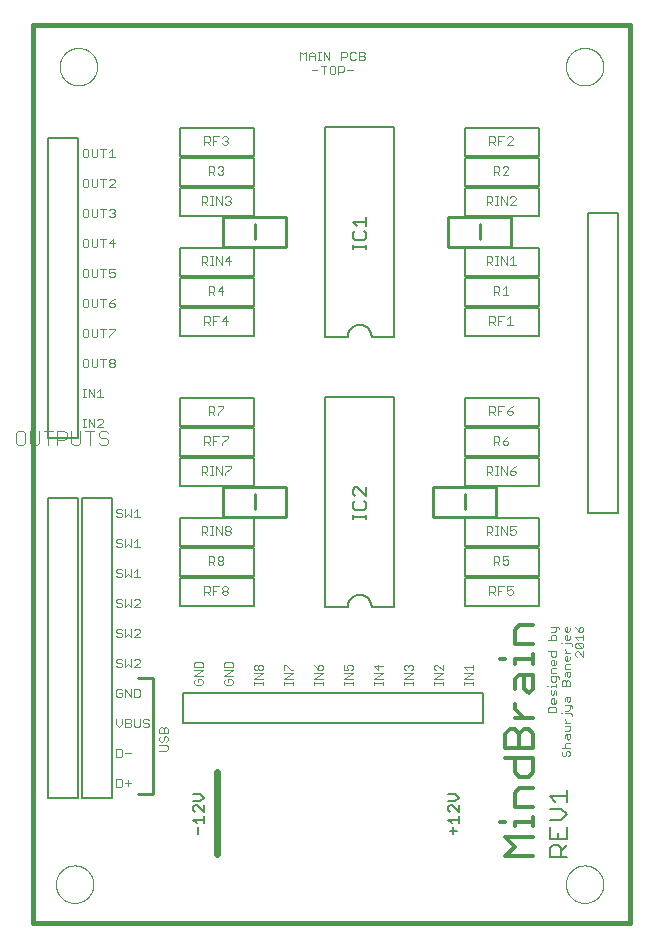
<source format=gto>
G75*
%MOIN*%
%OFA0B0*%
%FSLAX25Y25*%
%IPPOS*%
%LPD*%
%AMOC8*
5,1,8,0,0,1.08239X$1,22.5*
%
%ADD10C,0.00000*%
%ADD11C,0.01600*%
%ADD12C,0.00400*%
%ADD13C,0.00600*%
%ADD14C,0.00500*%
%ADD15C,0.02400*%
%ADD16C,0.01300*%
%ADD17C,0.00800*%
%ADD18C,0.01000*%
D10*
X0016144Y0018050D02*
X0016146Y0018208D01*
X0016152Y0018365D01*
X0016162Y0018523D01*
X0016176Y0018680D01*
X0016194Y0018836D01*
X0016215Y0018993D01*
X0016241Y0019148D01*
X0016271Y0019303D01*
X0016304Y0019457D01*
X0016342Y0019610D01*
X0016383Y0019763D01*
X0016428Y0019914D01*
X0016477Y0020064D01*
X0016530Y0020212D01*
X0016586Y0020360D01*
X0016647Y0020505D01*
X0016710Y0020650D01*
X0016778Y0020792D01*
X0016849Y0020933D01*
X0016923Y0021072D01*
X0017001Y0021209D01*
X0017083Y0021344D01*
X0017167Y0021477D01*
X0017256Y0021608D01*
X0017347Y0021736D01*
X0017442Y0021863D01*
X0017539Y0021986D01*
X0017640Y0022108D01*
X0017744Y0022226D01*
X0017851Y0022342D01*
X0017961Y0022455D01*
X0018073Y0022566D01*
X0018189Y0022673D01*
X0018307Y0022778D01*
X0018427Y0022880D01*
X0018550Y0022978D01*
X0018676Y0023074D01*
X0018804Y0023166D01*
X0018934Y0023255D01*
X0019066Y0023341D01*
X0019201Y0023423D01*
X0019338Y0023502D01*
X0019476Y0023577D01*
X0019616Y0023649D01*
X0019759Y0023717D01*
X0019902Y0023782D01*
X0020048Y0023843D01*
X0020195Y0023900D01*
X0020343Y0023954D01*
X0020493Y0024004D01*
X0020643Y0024050D01*
X0020795Y0024092D01*
X0020948Y0024131D01*
X0021102Y0024165D01*
X0021257Y0024196D01*
X0021412Y0024222D01*
X0021568Y0024245D01*
X0021725Y0024264D01*
X0021882Y0024279D01*
X0022039Y0024290D01*
X0022197Y0024297D01*
X0022355Y0024300D01*
X0022512Y0024299D01*
X0022670Y0024294D01*
X0022827Y0024285D01*
X0022985Y0024272D01*
X0023141Y0024255D01*
X0023298Y0024234D01*
X0023453Y0024210D01*
X0023608Y0024181D01*
X0023763Y0024148D01*
X0023916Y0024112D01*
X0024069Y0024071D01*
X0024220Y0024027D01*
X0024370Y0023979D01*
X0024519Y0023928D01*
X0024667Y0023872D01*
X0024813Y0023813D01*
X0024958Y0023750D01*
X0025101Y0023683D01*
X0025242Y0023613D01*
X0025381Y0023540D01*
X0025519Y0023463D01*
X0025655Y0023382D01*
X0025788Y0023298D01*
X0025919Y0023211D01*
X0026048Y0023120D01*
X0026175Y0023026D01*
X0026300Y0022929D01*
X0026421Y0022829D01*
X0026541Y0022726D01*
X0026657Y0022620D01*
X0026771Y0022511D01*
X0026883Y0022399D01*
X0026991Y0022285D01*
X0027096Y0022167D01*
X0027199Y0022047D01*
X0027298Y0021925D01*
X0027394Y0021800D01*
X0027487Y0021672D01*
X0027577Y0021543D01*
X0027663Y0021411D01*
X0027747Y0021277D01*
X0027826Y0021141D01*
X0027903Y0021003D01*
X0027975Y0020863D01*
X0028044Y0020721D01*
X0028110Y0020578D01*
X0028172Y0020433D01*
X0028230Y0020286D01*
X0028285Y0020138D01*
X0028336Y0019989D01*
X0028383Y0019838D01*
X0028426Y0019687D01*
X0028465Y0019534D01*
X0028501Y0019380D01*
X0028532Y0019226D01*
X0028560Y0019071D01*
X0028584Y0018915D01*
X0028604Y0018758D01*
X0028620Y0018601D01*
X0028632Y0018444D01*
X0028640Y0018287D01*
X0028644Y0018129D01*
X0028644Y0017971D01*
X0028640Y0017813D01*
X0028632Y0017656D01*
X0028620Y0017499D01*
X0028604Y0017342D01*
X0028584Y0017185D01*
X0028560Y0017029D01*
X0028532Y0016874D01*
X0028501Y0016720D01*
X0028465Y0016566D01*
X0028426Y0016413D01*
X0028383Y0016262D01*
X0028336Y0016111D01*
X0028285Y0015962D01*
X0028230Y0015814D01*
X0028172Y0015667D01*
X0028110Y0015522D01*
X0028044Y0015379D01*
X0027975Y0015237D01*
X0027903Y0015097D01*
X0027826Y0014959D01*
X0027747Y0014823D01*
X0027663Y0014689D01*
X0027577Y0014557D01*
X0027487Y0014428D01*
X0027394Y0014300D01*
X0027298Y0014175D01*
X0027199Y0014053D01*
X0027096Y0013933D01*
X0026991Y0013815D01*
X0026883Y0013701D01*
X0026771Y0013589D01*
X0026657Y0013480D01*
X0026541Y0013374D01*
X0026421Y0013271D01*
X0026300Y0013171D01*
X0026175Y0013074D01*
X0026048Y0012980D01*
X0025919Y0012889D01*
X0025788Y0012802D01*
X0025655Y0012718D01*
X0025519Y0012637D01*
X0025381Y0012560D01*
X0025242Y0012487D01*
X0025101Y0012417D01*
X0024958Y0012350D01*
X0024813Y0012287D01*
X0024667Y0012228D01*
X0024519Y0012172D01*
X0024370Y0012121D01*
X0024220Y0012073D01*
X0024069Y0012029D01*
X0023916Y0011988D01*
X0023763Y0011952D01*
X0023608Y0011919D01*
X0023453Y0011890D01*
X0023298Y0011866D01*
X0023141Y0011845D01*
X0022985Y0011828D01*
X0022827Y0011815D01*
X0022670Y0011806D01*
X0022512Y0011801D01*
X0022355Y0011800D01*
X0022197Y0011803D01*
X0022039Y0011810D01*
X0021882Y0011821D01*
X0021725Y0011836D01*
X0021568Y0011855D01*
X0021412Y0011878D01*
X0021257Y0011904D01*
X0021102Y0011935D01*
X0020948Y0011969D01*
X0020795Y0012008D01*
X0020643Y0012050D01*
X0020493Y0012096D01*
X0020343Y0012146D01*
X0020195Y0012200D01*
X0020048Y0012257D01*
X0019902Y0012318D01*
X0019759Y0012383D01*
X0019616Y0012451D01*
X0019476Y0012523D01*
X0019338Y0012598D01*
X0019201Y0012677D01*
X0019066Y0012759D01*
X0018934Y0012845D01*
X0018804Y0012934D01*
X0018676Y0013026D01*
X0018550Y0013122D01*
X0018427Y0013220D01*
X0018307Y0013322D01*
X0018189Y0013427D01*
X0018073Y0013534D01*
X0017961Y0013645D01*
X0017851Y0013758D01*
X0017744Y0013874D01*
X0017640Y0013992D01*
X0017539Y0014114D01*
X0017442Y0014237D01*
X0017347Y0014364D01*
X0017256Y0014492D01*
X0017167Y0014623D01*
X0017083Y0014756D01*
X0017001Y0014891D01*
X0016923Y0015028D01*
X0016849Y0015167D01*
X0016778Y0015308D01*
X0016710Y0015450D01*
X0016647Y0015595D01*
X0016586Y0015740D01*
X0016530Y0015888D01*
X0016477Y0016036D01*
X0016428Y0016186D01*
X0016383Y0016337D01*
X0016342Y0016490D01*
X0016304Y0016643D01*
X0016271Y0016797D01*
X0016241Y0016952D01*
X0016215Y0017107D01*
X0016194Y0017264D01*
X0016176Y0017420D01*
X0016162Y0017577D01*
X0016152Y0017735D01*
X0016146Y0017892D01*
X0016144Y0018050D01*
X0186144Y0018050D02*
X0186146Y0018208D01*
X0186152Y0018365D01*
X0186162Y0018523D01*
X0186176Y0018680D01*
X0186194Y0018836D01*
X0186215Y0018993D01*
X0186241Y0019148D01*
X0186271Y0019303D01*
X0186304Y0019457D01*
X0186342Y0019610D01*
X0186383Y0019763D01*
X0186428Y0019914D01*
X0186477Y0020064D01*
X0186530Y0020212D01*
X0186586Y0020360D01*
X0186647Y0020505D01*
X0186710Y0020650D01*
X0186778Y0020792D01*
X0186849Y0020933D01*
X0186923Y0021072D01*
X0187001Y0021209D01*
X0187083Y0021344D01*
X0187167Y0021477D01*
X0187256Y0021608D01*
X0187347Y0021736D01*
X0187442Y0021863D01*
X0187539Y0021986D01*
X0187640Y0022108D01*
X0187744Y0022226D01*
X0187851Y0022342D01*
X0187961Y0022455D01*
X0188073Y0022566D01*
X0188189Y0022673D01*
X0188307Y0022778D01*
X0188427Y0022880D01*
X0188550Y0022978D01*
X0188676Y0023074D01*
X0188804Y0023166D01*
X0188934Y0023255D01*
X0189066Y0023341D01*
X0189201Y0023423D01*
X0189338Y0023502D01*
X0189476Y0023577D01*
X0189616Y0023649D01*
X0189759Y0023717D01*
X0189902Y0023782D01*
X0190048Y0023843D01*
X0190195Y0023900D01*
X0190343Y0023954D01*
X0190493Y0024004D01*
X0190643Y0024050D01*
X0190795Y0024092D01*
X0190948Y0024131D01*
X0191102Y0024165D01*
X0191257Y0024196D01*
X0191412Y0024222D01*
X0191568Y0024245D01*
X0191725Y0024264D01*
X0191882Y0024279D01*
X0192039Y0024290D01*
X0192197Y0024297D01*
X0192355Y0024300D01*
X0192512Y0024299D01*
X0192670Y0024294D01*
X0192827Y0024285D01*
X0192985Y0024272D01*
X0193141Y0024255D01*
X0193298Y0024234D01*
X0193453Y0024210D01*
X0193608Y0024181D01*
X0193763Y0024148D01*
X0193916Y0024112D01*
X0194069Y0024071D01*
X0194220Y0024027D01*
X0194370Y0023979D01*
X0194519Y0023928D01*
X0194667Y0023872D01*
X0194813Y0023813D01*
X0194958Y0023750D01*
X0195101Y0023683D01*
X0195242Y0023613D01*
X0195381Y0023540D01*
X0195519Y0023463D01*
X0195655Y0023382D01*
X0195788Y0023298D01*
X0195919Y0023211D01*
X0196048Y0023120D01*
X0196175Y0023026D01*
X0196300Y0022929D01*
X0196421Y0022829D01*
X0196541Y0022726D01*
X0196657Y0022620D01*
X0196771Y0022511D01*
X0196883Y0022399D01*
X0196991Y0022285D01*
X0197096Y0022167D01*
X0197199Y0022047D01*
X0197298Y0021925D01*
X0197394Y0021800D01*
X0197487Y0021672D01*
X0197577Y0021543D01*
X0197663Y0021411D01*
X0197747Y0021277D01*
X0197826Y0021141D01*
X0197903Y0021003D01*
X0197975Y0020863D01*
X0198044Y0020721D01*
X0198110Y0020578D01*
X0198172Y0020433D01*
X0198230Y0020286D01*
X0198285Y0020138D01*
X0198336Y0019989D01*
X0198383Y0019838D01*
X0198426Y0019687D01*
X0198465Y0019534D01*
X0198501Y0019380D01*
X0198532Y0019226D01*
X0198560Y0019071D01*
X0198584Y0018915D01*
X0198604Y0018758D01*
X0198620Y0018601D01*
X0198632Y0018444D01*
X0198640Y0018287D01*
X0198644Y0018129D01*
X0198644Y0017971D01*
X0198640Y0017813D01*
X0198632Y0017656D01*
X0198620Y0017499D01*
X0198604Y0017342D01*
X0198584Y0017185D01*
X0198560Y0017029D01*
X0198532Y0016874D01*
X0198501Y0016720D01*
X0198465Y0016566D01*
X0198426Y0016413D01*
X0198383Y0016262D01*
X0198336Y0016111D01*
X0198285Y0015962D01*
X0198230Y0015814D01*
X0198172Y0015667D01*
X0198110Y0015522D01*
X0198044Y0015379D01*
X0197975Y0015237D01*
X0197903Y0015097D01*
X0197826Y0014959D01*
X0197747Y0014823D01*
X0197663Y0014689D01*
X0197577Y0014557D01*
X0197487Y0014428D01*
X0197394Y0014300D01*
X0197298Y0014175D01*
X0197199Y0014053D01*
X0197096Y0013933D01*
X0196991Y0013815D01*
X0196883Y0013701D01*
X0196771Y0013589D01*
X0196657Y0013480D01*
X0196541Y0013374D01*
X0196421Y0013271D01*
X0196300Y0013171D01*
X0196175Y0013074D01*
X0196048Y0012980D01*
X0195919Y0012889D01*
X0195788Y0012802D01*
X0195655Y0012718D01*
X0195519Y0012637D01*
X0195381Y0012560D01*
X0195242Y0012487D01*
X0195101Y0012417D01*
X0194958Y0012350D01*
X0194813Y0012287D01*
X0194667Y0012228D01*
X0194519Y0012172D01*
X0194370Y0012121D01*
X0194220Y0012073D01*
X0194069Y0012029D01*
X0193916Y0011988D01*
X0193763Y0011952D01*
X0193608Y0011919D01*
X0193453Y0011890D01*
X0193298Y0011866D01*
X0193141Y0011845D01*
X0192985Y0011828D01*
X0192827Y0011815D01*
X0192670Y0011806D01*
X0192512Y0011801D01*
X0192355Y0011800D01*
X0192197Y0011803D01*
X0192039Y0011810D01*
X0191882Y0011821D01*
X0191725Y0011836D01*
X0191568Y0011855D01*
X0191412Y0011878D01*
X0191257Y0011904D01*
X0191102Y0011935D01*
X0190948Y0011969D01*
X0190795Y0012008D01*
X0190643Y0012050D01*
X0190493Y0012096D01*
X0190343Y0012146D01*
X0190195Y0012200D01*
X0190048Y0012257D01*
X0189902Y0012318D01*
X0189759Y0012383D01*
X0189616Y0012451D01*
X0189476Y0012523D01*
X0189338Y0012598D01*
X0189201Y0012677D01*
X0189066Y0012759D01*
X0188934Y0012845D01*
X0188804Y0012934D01*
X0188676Y0013026D01*
X0188550Y0013122D01*
X0188427Y0013220D01*
X0188307Y0013322D01*
X0188189Y0013427D01*
X0188073Y0013534D01*
X0187961Y0013645D01*
X0187851Y0013758D01*
X0187744Y0013874D01*
X0187640Y0013992D01*
X0187539Y0014114D01*
X0187442Y0014237D01*
X0187347Y0014364D01*
X0187256Y0014492D01*
X0187167Y0014623D01*
X0187083Y0014756D01*
X0187001Y0014891D01*
X0186923Y0015028D01*
X0186849Y0015167D01*
X0186778Y0015308D01*
X0186710Y0015450D01*
X0186647Y0015595D01*
X0186586Y0015740D01*
X0186530Y0015888D01*
X0186477Y0016036D01*
X0186428Y0016186D01*
X0186383Y0016337D01*
X0186342Y0016490D01*
X0186304Y0016643D01*
X0186271Y0016797D01*
X0186241Y0016952D01*
X0186215Y0017107D01*
X0186194Y0017264D01*
X0186176Y0017420D01*
X0186162Y0017577D01*
X0186152Y0017735D01*
X0186146Y0017892D01*
X0186144Y0018050D01*
X0186144Y0290550D02*
X0186146Y0290708D01*
X0186152Y0290865D01*
X0186162Y0291023D01*
X0186176Y0291180D01*
X0186194Y0291336D01*
X0186215Y0291493D01*
X0186241Y0291648D01*
X0186271Y0291803D01*
X0186304Y0291957D01*
X0186342Y0292110D01*
X0186383Y0292263D01*
X0186428Y0292414D01*
X0186477Y0292564D01*
X0186530Y0292712D01*
X0186586Y0292860D01*
X0186647Y0293005D01*
X0186710Y0293150D01*
X0186778Y0293292D01*
X0186849Y0293433D01*
X0186923Y0293572D01*
X0187001Y0293709D01*
X0187083Y0293844D01*
X0187167Y0293977D01*
X0187256Y0294108D01*
X0187347Y0294236D01*
X0187442Y0294363D01*
X0187539Y0294486D01*
X0187640Y0294608D01*
X0187744Y0294726D01*
X0187851Y0294842D01*
X0187961Y0294955D01*
X0188073Y0295066D01*
X0188189Y0295173D01*
X0188307Y0295278D01*
X0188427Y0295380D01*
X0188550Y0295478D01*
X0188676Y0295574D01*
X0188804Y0295666D01*
X0188934Y0295755D01*
X0189066Y0295841D01*
X0189201Y0295923D01*
X0189338Y0296002D01*
X0189476Y0296077D01*
X0189616Y0296149D01*
X0189759Y0296217D01*
X0189902Y0296282D01*
X0190048Y0296343D01*
X0190195Y0296400D01*
X0190343Y0296454D01*
X0190493Y0296504D01*
X0190643Y0296550D01*
X0190795Y0296592D01*
X0190948Y0296631D01*
X0191102Y0296665D01*
X0191257Y0296696D01*
X0191412Y0296722D01*
X0191568Y0296745D01*
X0191725Y0296764D01*
X0191882Y0296779D01*
X0192039Y0296790D01*
X0192197Y0296797D01*
X0192355Y0296800D01*
X0192512Y0296799D01*
X0192670Y0296794D01*
X0192827Y0296785D01*
X0192985Y0296772D01*
X0193141Y0296755D01*
X0193298Y0296734D01*
X0193453Y0296710D01*
X0193608Y0296681D01*
X0193763Y0296648D01*
X0193916Y0296612D01*
X0194069Y0296571D01*
X0194220Y0296527D01*
X0194370Y0296479D01*
X0194519Y0296428D01*
X0194667Y0296372D01*
X0194813Y0296313D01*
X0194958Y0296250D01*
X0195101Y0296183D01*
X0195242Y0296113D01*
X0195381Y0296040D01*
X0195519Y0295963D01*
X0195655Y0295882D01*
X0195788Y0295798D01*
X0195919Y0295711D01*
X0196048Y0295620D01*
X0196175Y0295526D01*
X0196300Y0295429D01*
X0196421Y0295329D01*
X0196541Y0295226D01*
X0196657Y0295120D01*
X0196771Y0295011D01*
X0196883Y0294899D01*
X0196991Y0294785D01*
X0197096Y0294667D01*
X0197199Y0294547D01*
X0197298Y0294425D01*
X0197394Y0294300D01*
X0197487Y0294172D01*
X0197577Y0294043D01*
X0197663Y0293911D01*
X0197747Y0293777D01*
X0197826Y0293641D01*
X0197903Y0293503D01*
X0197975Y0293363D01*
X0198044Y0293221D01*
X0198110Y0293078D01*
X0198172Y0292933D01*
X0198230Y0292786D01*
X0198285Y0292638D01*
X0198336Y0292489D01*
X0198383Y0292338D01*
X0198426Y0292187D01*
X0198465Y0292034D01*
X0198501Y0291880D01*
X0198532Y0291726D01*
X0198560Y0291571D01*
X0198584Y0291415D01*
X0198604Y0291258D01*
X0198620Y0291101D01*
X0198632Y0290944D01*
X0198640Y0290787D01*
X0198644Y0290629D01*
X0198644Y0290471D01*
X0198640Y0290313D01*
X0198632Y0290156D01*
X0198620Y0289999D01*
X0198604Y0289842D01*
X0198584Y0289685D01*
X0198560Y0289529D01*
X0198532Y0289374D01*
X0198501Y0289220D01*
X0198465Y0289066D01*
X0198426Y0288913D01*
X0198383Y0288762D01*
X0198336Y0288611D01*
X0198285Y0288462D01*
X0198230Y0288314D01*
X0198172Y0288167D01*
X0198110Y0288022D01*
X0198044Y0287879D01*
X0197975Y0287737D01*
X0197903Y0287597D01*
X0197826Y0287459D01*
X0197747Y0287323D01*
X0197663Y0287189D01*
X0197577Y0287057D01*
X0197487Y0286928D01*
X0197394Y0286800D01*
X0197298Y0286675D01*
X0197199Y0286553D01*
X0197096Y0286433D01*
X0196991Y0286315D01*
X0196883Y0286201D01*
X0196771Y0286089D01*
X0196657Y0285980D01*
X0196541Y0285874D01*
X0196421Y0285771D01*
X0196300Y0285671D01*
X0196175Y0285574D01*
X0196048Y0285480D01*
X0195919Y0285389D01*
X0195788Y0285302D01*
X0195655Y0285218D01*
X0195519Y0285137D01*
X0195381Y0285060D01*
X0195242Y0284987D01*
X0195101Y0284917D01*
X0194958Y0284850D01*
X0194813Y0284787D01*
X0194667Y0284728D01*
X0194519Y0284672D01*
X0194370Y0284621D01*
X0194220Y0284573D01*
X0194069Y0284529D01*
X0193916Y0284488D01*
X0193763Y0284452D01*
X0193608Y0284419D01*
X0193453Y0284390D01*
X0193298Y0284366D01*
X0193141Y0284345D01*
X0192985Y0284328D01*
X0192827Y0284315D01*
X0192670Y0284306D01*
X0192512Y0284301D01*
X0192355Y0284300D01*
X0192197Y0284303D01*
X0192039Y0284310D01*
X0191882Y0284321D01*
X0191725Y0284336D01*
X0191568Y0284355D01*
X0191412Y0284378D01*
X0191257Y0284404D01*
X0191102Y0284435D01*
X0190948Y0284469D01*
X0190795Y0284508D01*
X0190643Y0284550D01*
X0190493Y0284596D01*
X0190343Y0284646D01*
X0190195Y0284700D01*
X0190048Y0284757D01*
X0189902Y0284818D01*
X0189759Y0284883D01*
X0189616Y0284951D01*
X0189476Y0285023D01*
X0189338Y0285098D01*
X0189201Y0285177D01*
X0189066Y0285259D01*
X0188934Y0285345D01*
X0188804Y0285434D01*
X0188676Y0285526D01*
X0188550Y0285622D01*
X0188427Y0285720D01*
X0188307Y0285822D01*
X0188189Y0285927D01*
X0188073Y0286034D01*
X0187961Y0286145D01*
X0187851Y0286258D01*
X0187744Y0286374D01*
X0187640Y0286492D01*
X0187539Y0286614D01*
X0187442Y0286737D01*
X0187347Y0286864D01*
X0187256Y0286992D01*
X0187167Y0287123D01*
X0187083Y0287256D01*
X0187001Y0287391D01*
X0186923Y0287528D01*
X0186849Y0287667D01*
X0186778Y0287808D01*
X0186710Y0287950D01*
X0186647Y0288095D01*
X0186586Y0288240D01*
X0186530Y0288388D01*
X0186477Y0288536D01*
X0186428Y0288686D01*
X0186383Y0288837D01*
X0186342Y0288990D01*
X0186304Y0289143D01*
X0186271Y0289297D01*
X0186241Y0289452D01*
X0186215Y0289607D01*
X0186194Y0289764D01*
X0186176Y0289920D01*
X0186162Y0290077D01*
X0186152Y0290235D01*
X0186146Y0290392D01*
X0186144Y0290550D01*
X0017394Y0290550D02*
X0017396Y0290708D01*
X0017402Y0290865D01*
X0017412Y0291023D01*
X0017426Y0291180D01*
X0017444Y0291336D01*
X0017465Y0291493D01*
X0017491Y0291648D01*
X0017521Y0291803D01*
X0017554Y0291957D01*
X0017592Y0292110D01*
X0017633Y0292263D01*
X0017678Y0292414D01*
X0017727Y0292564D01*
X0017780Y0292712D01*
X0017836Y0292860D01*
X0017897Y0293005D01*
X0017960Y0293150D01*
X0018028Y0293292D01*
X0018099Y0293433D01*
X0018173Y0293572D01*
X0018251Y0293709D01*
X0018333Y0293844D01*
X0018417Y0293977D01*
X0018506Y0294108D01*
X0018597Y0294236D01*
X0018692Y0294363D01*
X0018789Y0294486D01*
X0018890Y0294608D01*
X0018994Y0294726D01*
X0019101Y0294842D01*
X0019211Y0294955D01*
X0019323Y0295066D01*
X0019439Y0295173D01*
X0019557Y0295278D01*
X0019677Y0295380D01*
X0019800Y0295478D01*
X0019926Y0295574D01*
X0020054Y0295666D01*
X0020184Y0295755D01*
X0020316Y0295841D01*
X0020451Y0295923D01*
X0020588Y0296002D01*
X0020726Y0296077D01*
X0020866Y0296149D01*
X0021009Y0296217D01*
X0021152Y0296282D01*
X0021298Y0296343D01*
X0021445Y0296400D01*
X0021593Y0296454D01*
X0021743Y0296504D01*
X0021893Y0296550D01*
X0022045Y0296592D01*
X0022198Y0296631D01*
X0022352Y0296665D01*
X0022507Y0296696D01*
X0022662Y0296722D01*
X0022818Y0296745D01*
X0022975Y0296764D01*
X0023132Y0296779D01*
X0023289Y0296790D01*
X0023447Y0296797D01*
X0023605Y0296800D01*
X0023762Y0296799D01*
X0023920Y0296794D01*
X0024077Y0296785D01*
X0024235Y0296772D01*
X0024391Y0296755D01*
X0024548Y0296734D01*
X0024703Y0296710D01*
X0024858Y0296681D01*
X0025013Y0296648D01*
X0025166Y0296612D01*
X0025319Y0296571D01*
X0025470Y0296527D01*
X0025620Y0296479D01*
X0025769Y0296428D01*
X0025917Y0296372D01*
X0026063Y0296313D01*
X0026208Y0296250D01*
X0026351Y0296183D01*
X0026492Y0296113D01*
X0026631Y0296040D01*
X0026769Y0295963D01*
X0026905Y0295882D01*
X0027038Y0295798D01*
X0027169Y0295711D01*
X0027298Y0295620D01*
X0027425Y0295526D01*
X0027550Y0295429D01*
X0027671Y0295329D01*
X0027791Y0295226D01*
X0027907Y0295120D01*
X0028021Y0295011D01*
X0028133Y0294899D01*
X0028241Y0294785D01*
X0028346Y0294667D01*
X0028449Y0294547D01*
X0028548Y0294425D01*
X0028644Y0294300D01*
X0028737Y0294172D01*
X0028827Y0294043D01*
X0028913Y0293911D01*
X0028997Y0293777D01*
X0029076Y0293641D01*
X0029153Y0293503D01*
X0029225Y0293363D01*
X0029294Y0293221D01*
X0029360Y0293078D01*
X0029422Y0292933D01*
X0029480Y0292786D01*
X0029535Y0292638D01*
X0029586Y0292489D01*
X0029633Y0292338D01*
X0029676Y0292187D01*
X0029715Y0292034D01*
X0029751Y0291880D01*
X0029782Y0291726D01*
X0029810Y0291571D01*
X0029834Y0291415D01*
X0029854Y0291258D01*
X0029870Y0291101D01*
X0029882Y0290944D01*
X0029890Y0290787D01*
X0029894Y0290629D01*
X0029894Y0290471D01*
X0029890Y0290313D01*
X0029882Y0290156D01*
X0029870Y0289999D01*
X0029854Y0289842D01*
X0029834Y0289685D01*
X0029810Y0289529D01*
X0029782Y0289374D01*
X0029751Y0289220D01*
X0029715Y0289066D01*
X0029676Y0288913D01*
X0029633Y0288762D01*
X0029586Y0288611D01*
X0029535Y0288462D01*
X0029480Y0288314D01*
X0029422Y0288167D01*
X0029360Y0288022D01*
X0029294Y0287879D01*
X0029225Y0287737D01*
X0029153Y0287597D01*
X0029076Y0287459D01*
X0028997Y0287323D01*
X0028913Y0287189D01*
X0028827Y0287057D01*
X0028737Y0286928D01*
X0028644Y0286800D01*
X0028548Y0286675D01*
X0028449Y0286553D01*
X0028346Y0286433D01*
X0028241Y0286315D01*
X0028133Y0286201D01*
X0028021Y0286089D01*
X0027907Y0285980D01*
X0027791Y0285874D01*
X0027671Y0285771D01*
X0027550Y0285671D01*
X0027425Y0285574D01*
X0027298Y0285480D01*
X0027169Y0285389D01*
X0027038Y0285302D01*
X0026905Y0285218D01*
X0026769Y0285137D01*
X0026631Y0285060D01*
X0026492Y0284987D01*
X0026351Y0284917D01*
X0026208Y0284850D01*
X0026063Y0284787D01*
X0025917Y0284728D01*
X0025769Y0284672D01*
X0025620Y0284621D01*
X0025470Y0284573D01*
X0025319Y0284529D01*
X0025166Y0284488D01*
X0025013Y0284452D01*
X0024858Y0284419D01*
X0024703Y0284390D01*
X0024548Y0284366D01*
X0024391Y0284345D01*
X0024235Y0284328D01*
X0024077Y0284315D01*
X0023920Y0284306D01*
X0023762Y0284301D01*
X0023605Y0284300D01*
X0023447Y0284303D01*
X0023289Y0284310D01*
X0023132Y0284321D01*
X0022975Y0284336D01*
X0022818Y0284355D01*
X0022662Y0284378D01*
X0022507Y0284404D01*
X0022352Y0284435D01*
X0022198Y0284469D01*
X0022045Y0284508D01*
X0021893Y0284550D01*
X0021743Y0284596D01*
X0021593Y0284646D01*
X0021445Y0284700D01*
X0021298Y0284757D01*
X0021152Y0284818D01*
X0021009Y0284883D01*
X0020866Y0284951D01*
X0020726Y0285023D01*
X0020588Y0285098D01*
X0020451Y0285177D01*
X0020316Y0285259D01*
X0020184Y0285345D01*
X0020054Y0285434D01*
X0019926Y0285526D01*
X0019800Y0285622D01*
X0019677Y0285720D01*
X0019557Y0285822D01*
X0019439Y0285927D01*
X0019323Y0286034D01*
X0019211Y0286145D01*
X0019101Y0286258D01*
X0018994Y0286374D01*
X0018890Y0286492D01*
X0018789Y0286614D01*
X0018692Y0286737D01*
X0018597Y0286864D01*
X0018506Y0286992D01*
X0018417Y0287123D01*
X0018333Y0287256D01*
X0018251Y0287391D01*
X0018173Y0287528D01*
X0018099Y0287667D01*
X0018028Y0287808D01*
X0017960Y0287950D01*
X0017897Y0288095D01*
X0017836Y0288240D01*
X0017780Y0288388D01*
X0017727Y0288536D01*
X0017678Y0288686D01*
X0017633Y0288837D01*
X0017592Y0288990D01*
X0017554Y0289143D01*
X0017521Y0289297D01*
X0017491Y0289452D01*
X0017465Y0289607D01*
X0017444Y0289764D01*
X0017426Y0289920D01*
X0017412Y0290077D01*
X0017402Y0290235D01*
X0017396Y0290392D01*
X0017394Y0290550D01*
D11*
X0008644Y0304398D02*
X0008644Y0005107D01*
X0207463Y0005107D01*
X0207463Y0304398D01*
X0008644Y0304398D01*
D12*
X0025561Y0263202D02*
X0025094Y0262735D01*
X0025094Y0260867D01*
X0025561Y0260400D01*
X0026495Y0260400D01*
X0026962Y0260867D01*
X0026962Y0262735D01*
X0026495Y0263202D01*
X0025561Y0263202D01*
X0028041Y0263202D02*
X0028041Y0260867D01*
X0028508Y0260400D01*
X0029442Y0260400D01*
X0029909Y0260867D01*
X0029909Y0263202D01*
X0030987Y0263202D02*
X0032855Y0263202D01*
X0031921Y0263202D02*
X0031921Y0260400D01*
X0033934Y0260400D02*
X0035802Y0260400D01*
X0034868Y0260400D02*
X0034868Y0263202D01*
X0033934Y0262268D01*
X0034401Y0253202D02*
X0033934Y0252735D01*
X0034401Y0253202D02*
X0035335Y0253202D01*
X0035802Y0252735D01*
X0035802Y0252268D01*
X0033934Y0250400D01*
X0035802Y0250400D01*
X0032855Y0253202D02*
X0030987Y0253202D01*
X0031921Y0253202D02*
X0031921Y0250400D01*
X0029909Y0250867D02*
X0029909Y0253202D01*
X0028041Y0253202D02*
X0028041Y0250867D01*
X0028508Y0250400D01*
X0029442Y0250400D01*
X0029909Y0250867D01*
X0026962Y0250867D02*
X0026962Y0252735D01*
X0026495Y0253202D01*
X0025561Y0253202D01*
X0025094Y0252735D01*
X0025094Y0250867D01*
X0025561Y0250400D01*
X0026495Y0250400D01*
X0026962Y0250867D01*
X0026495Y0243202D02*
X0026962Y0242735D01*
X0026962Y0240867D01*
X0026495Y0240400D01*
X0025561Y0240400D01*
X0025094Y0240867D01*
X0025094Y0242735D01*
X0025561Y0243202D01*
X0026495Y0243202D01*
X0028041Y0243202D02*
X0028041Y0240867D01*
X0028508Y0240400D01*
X0029442Y0240400D01*
X0029909Y0240867D01*
X0029909Y0243202D01*
X0030987Y0243202D02*
X0032855Y0243202D01*
X0031921Y0243202D02*
X0031921Y0240400D01*
X0033934Y0240867D02*
X0034401Y0240400D01*
X0035335Y0240400D01*
X0035802Y0240867D01*
X0035802Y0241334D01*
X0035335Y0241801D01*
X0034868Y0241801D01*
X0035335Y0241801D02*
X0035802Y0242268D01*
X0035802Y0242735D01*
X0035335Y0243202D01*
X0034401Y0243202D01*
X0033934Y0242735D01*
X0032855Y0233202D02*
X0030987Y0233202D01*
X0031921Y0233202D02*
X0031921Y0230400D01*
X0029909Y0230867D02*
X0029909Y0233202D01*
X0028041Y0233202D02*
X0028041Y0230867D01*
X0028508Y0230400D01*
X0029442Y0230400D01*
X0029909Y0230867D01*
X0033934Y0231801D02*
X0035802Y0231801D01*
X0035335Y0230400D02*
X0035335Y0233202D01*
X0033934Y0231801D01*
X0026962Y0230867D02*
X0026962Y0232735D01*
X0026495Y0233202D01*
X0025561Y0233202D01*
X0025094Y0232735D01*
X0025094Y0230867D01*
X0025561Y0230400D01*
X0026495Y0230400D01*
X0026962Y0230867D01*
X0026495Y0223202D02*
X0026962Y0222735D01*
X0026962Y0220867D01*
X0026495Y0220400D01*
X0025561Y0220400D01*
X0025094Y0220867D01*
X0025094Y0222735D01*
X0025561Y0223202D01*
X0026495Y0223202D01*
X0028041Y0223202D02*
X0028041Y0220867D01*
X0028508Y0220400D01*
X0029442Y0220400D01*
X0029909Y0220867D01*
X0029909Y0223202D01*
X0030987Y0223202D02*
X0032855Y0223202D01*
X0031921Y0223202D02*
X0031921Y0220400D01*
X0033934Y0220867D02*
X0034401Y0220400D01*
X0035335Y0220400D01*
X0035802Y0220867D01*
X0035802Y0221801D01*
X0035335Y0222268D01*
X0034868Y0222268D01*
X0033934Y0221801D01*
X0033934Y0223202D01*
X0035802Y0223202D01*
X0035802Y0213202D02*
X0034868Y0212735D01*
X0033934Y0211801D01*
X0035335Y0211801D01*
X0035802Y0211334D01*
X0035802Y0210867D01*
X0035335Y0210400D01*
X0034401Y0210400D01*
X0033934Y0210867D01*
X0033934Y0211801D01*
X0032855Y0213202D02*
X0030987Y0213202D01*
X0031921Y0213202D02*
X0031921Y0210400D01*
X0029909Y0210867D02*
X0029909Y0213202D01*
X0028041Y0213202D02*
X0028041Y0210867D01*
X0028508Y0210400D01*
X0029442Y0210400D01*
X0029909Y0210867D01*
X0026962Y0210867D02*
X0026962Y0212735D01*
X0026495Y0213202D01*
X0025561Y0213202D01*
X0025094Y0212735D01*
X0025094Y0210867D01*
X0025561Y0210400D01*
X0026495Y0210400D01*
X0026962Y0210867D01*
X0026495Y0203202D02*
X0026962Y0202735D01*
X0026962Y0200867D01*
X0026495Y0200400D01*
X0025561Y0200400D01*
X0025094Y0200867D01*
X0025094Y0202735D01*
X0025561Y0203202D01*
X0026495Y0203202D01*
X0028041Y0203202D02*
X0028041Y0200867D01*
X0028508Y0200400D01*
X0029442Y0200400D01*
X0029909Y0200867D01*
X0029909Y0203202D01*
X0030987Y0203202D02*
X0032855Y0203202D01*
X0031921Y0203202D02*
X0031921Y0200400D01*
X0033934Y0200400D02*
X0033934Y0200867D01*
X0035802Y0202735D01*
X0035802Y0203202D01*
X0033934Y0203202D01*
X0034401Y0193202D02*
X0033934Y0192735D01*
X0033934Y0192268D01*
X0034401Y0191801D01*
X0035335Y0191801D01*
X0035802Y0191334D01*
X0035802Y0190867D01*
X0035335Y0190400D01*
X0034401Y0190400D01*
X0033934Y0190867D01*
X0033934Y0191334D01*
X0034401Y0191801D01*
X0035335Y0191801D02*
X0035802Y0192268D01*
X0035802Y0192735D01*
X0035335Y0193202D01*
X0034401Y0193202D01*
X0032855Y0193202D02*
X0030987Y0193202D01*
X0031921Y0193202D02*
X0031921Y0190400D01*
X0029909Y0190867D02*
X0029909Y0193202D01*
X0028041Y0193202D02*
X0028041Y0190867D01*
X0028508Y0190400D01*
X0029442Y0190400D01*
X0029909Y0190867D01*
X0026962Y0190867D02*
X0026962Y0192735D01*
X0026495Y0193202D01*
X0025561Y0193202D01*
X0025094Y0192735D01*
X0025094Y0190867D01*
X0025561Y0190400D01*
X0026495Y0190400D01*
X0026962Y0190867D01*
X0027059Y0183202D02*
X0028927Y0180400D01*
X0028927Y0183202D01*
X0030005Y0182268D02*
X0030939Y0183202D01*
X0030939Y0180400D01*
X0030005Y0180400D02*
X0031873Y0180400D01*
X0027059Y0180400D02*
X0027059Y0183202D01*
X0026028Y0183202D02*
X0025094Y0183202D01*
X0025561Y0183202D02*
X0025561Y0180400D01*
X0025094Y0180400D02*
X0026028Y0180400D01*
X0026028Y0173202D02*
X0025094Y0173202D01*
X0025561Y0173202D02*
X0025561Y0170400D01*
X0025094Y0170400D02*
X0026028Y0170400D01*
X0027059Y0170400D02*
X0027059Y0173202D01*
X0028927Y0170400D01*
X0028927Y0173202D01*
X0030005Y0172735D02*
X0030472Y0173202D01*
X0031406Y0173202D01*
X0031873Y0172735D01*
X0031873Y0172268D01*
X0030005Y0170400D01*
X0031873Y0170400D01*
X0031258Y0169104D02*
X0030490Y0168337D01*
X0030490Y0167569D01*
X0031258Y0166802D01*
X0032792Y0166802D01*
X0033559Y0166035D01*
X0033559Y0165267D01*
X0032792Y0164500D01*
X0031258Y0164500D01*
X0030490Y0165267D01*
X0031258Y0169104D02*
X0032792Y0169104D01*
X0033559Y0168337D01*
X0028956Y0169104D02*
X0025886Y0169104D01*
X0024352Y0169104D02*
X0024352Y0165267D01*
X0023584Y0164500D01*
X0022050Y0164500D01*
X0021282Y0165267D01*
X0021282Y0169104D01*
X0019748Y0168337D02*
X0019748Y0166802D01*
X0018980Y0166035D01*
X0016678Y0166035D01*
X0016678Y0164500D02*
X0016678Y0169104D01*
X0018980Y0169104D01*
X0019748Y0168337D01*
X0015144Y0169104D02*
X0012075Y0169104D01*
X0013609Y0169104D02*
X0013609Y0164500D01*
X0010540Y0165267D02*
X0010540Y0169104D01*
X0007471Y0169104D02*
X0007471Y0165267D01*
X0008238Y0164500D01*
X0009773Y0164500D01*
X0010540Y0165267D01*
X0005936Y0165267D02*
X0005936Y0168337D01*
X0005169Y0169104D01*
X0003634Y0169104D01*
X0002867Y0168337D01*
X0002867Y0165267D01*
X0003634Y0164500D01*
X0005169Y0164500D01*
X0005936Y0165267D01*
X0027421Y0164500D02*
X0027421Y0169104D01*
X0036811Y0143202D02*
X0036344Y0142735D01*
X0036344Y0142268D01*
X0036811Y0141801D01*
X0037745Y0141801D01*
X0038212Y0141334D01*
X0038212Y0140867D01*
X0037745Y0140400D01*
X0036811Y0140400D01*
X0036344Y0140867D01*
X0036811Y0143202D02*
X0037745Y0143202D01*
X0038212Y0142735D01*
X0039291Y0143202D02*
X0039291Y0140400D01*
X0040225Y0141334D01*
X0041159Y0140400D01*
X0041159Y0143202D01*
X0042237Y0142268D02*
X0043171Y0143202D01*
X0043171Y0140400D01*
X0042237Y0140400D02*
X0044105Y0140400D01*
X0043171Y0133202D02*
X0043171Y0130400D01*
X0042237Y0130400D02*
X0044105Y0130400D01*
X0042237Y0132268D02*
X0043171Y0133202D01*
X0041159Y0133202D02*
X0041159Y0130400D01*
X0040225Y0131334D01*
X0039291Y0130400D01*
X0039291Y0133202D01*
X0038212Y0132735D02*
X0037745Y0133202D01*
X0036811Y0133202D01*
X0036344Y0132735D01*
X0036344Y0132268D01*
X0036811Y0131801D01*
X0037745Y0131801D01*
X0038212Y0131334D01*
X0038212Y0130867D01*
X0037745Y0130400D01*
X0036811Y0130400D01*
X0036344Y0130867D01*
X0036811Y0123202D02*
X0036344Y0122735D01*
X0036344Y0122268D01*
X0036811Y0121801D01*
X0037745Y0121801D01*
X0038212Y0121334D01*
X0038212Y0120867D01*
X0037745Y0120400D01*
X0036811Y0120400D01*
X0036344Y0120867D01*
X0036811Y0123202D02*
X0037745Y0123202D01*
X0038212Y0122735D01*
X0039291Y0123202D02*
X0039291Y0120400D01*
X0040225Y0121334D01*
X0041159Y0120400D01*
X0041159Y0123202D01*
X0042237Y0122268D02*
X0043171Y0123202D01*
X0043171Y0120400D01*
X0042237Y0120400D02*
X0044105Y0120400D01*
X0043638Y0113202D02*
X0042704Y0113202D01*
X0042237Y0112735D01*
X0041159Y0113202D02*
X0041159Y0110400D01*
X0040225Y0111334D01*
X0039291Y0110400D01*
X0039291Y0113202D01*
X0038212Y0112735D02*
X0037745Y0113202D01*
X0036811Y0113202D01*
X0036344Y0112735D01*
X0036344Y0112268D01*
X0036811Y0111801D01*
X0037745Y0111801D01*
X0038212Y0111334D01*
X0038212Y0110867D01*
X0037745Y0110400D01*
X0036811Y0110400D01*
X0036344Y0110867D01*
X0042237Y0110400D02*
X0044105Y0112268D01*
X0044105Y0112735D01*
X0043638Y0113202D01*
X0044105Y0110400D02*
X0042237Y0110400D01*
X0042704Y0103202D02*
X0042237Y0102735D01*
X0042704Y0103202D02*
X0043638Y0103202D01*
X0044105Y0102735D01*
X0044105Y0102268D01*
X0042237Y0100400D01*
X0044105Y0100400D01*
X0041159Y0100400D02*
X0041159Y0103202D01*
X0039291Y0103202D02*
X0039291Y0100400D01*
X0040225Y0101334D01*
X0041159Y0100400D01*
X0038212Y0100867D02*
X0037745Y0100400D01*
X0036811Y0100400D01*
X0036344Y0100867D01*
X0036811Y0101801D02*
X0037745Y0101801D01*
X0038212Y0101334D01*
X0038212Y0100867D01*
X0036811Y0101801D02*
X0036344Y0102268D01*
X0036344Y0102735D01*
X0036811Y0103202D01*
X0037745Y0103202D01*
X0038212Y0102735D01*
X0037745Y0093202D02*
X0036811Y0093202D01*
X0036344Y0092735D01*
X0036344Y0092268D01*
X0036811Y0091801D01*
X0037745Y0091801D01*
X0038212Y0091334D01*
X0038212Y0090867D01*
X0037745Y0090400D01*
X0036811Y0090400D01*
X0036344Y0090867D01*
X0038212Y0092735D02*
X0037745Y0093202D01*
X0039291Y0093202D02*
X0039291Y0090400D01*
X0040225Y0091334D01*
X0041159Y0090400D01*
X0041159Y0093202D01*
X0042237Y0092735D02*
X0042704Y0093202D01*
X0043638Y0093202D01*
X0044105Y0092735D01*
X0044105Y0092268D01*
X0042237Y0090400D01*
X0044105Y0090400D01*
X0043638Y0083202D02*
X0042237Y0083202D01*
X0042237Y0080400D01*
X0043638Y0080400D01*
X0044105Y0080867D01*
X0044105Y0082735D01*
X0043638Y0083202D01*
X0041159Y0083202D02*
X0041159Y0080400D01*
X0039291Y0083202D01*
X0039291Y0080400D01*
X0038212Y0080867D02*
X0038212Y0081801D01*
X0037278Y0081801D01*
X0036344Y0080867D02*
X0036811Y0080400D01*
X0037745Y0080400D01*
X0038212Y0080867D01*
X0036344Y0080867D02*
X0036344Y0082735D01*
X0036811Y0083202D01*
X0037745Y0083202D01*
X0038212Y0082735D01*
X0038212Y0073202D02*
X0038212Y0071334D01*
X0037278Y0070400D01*
X0036344Y0071334D01*
X0036344Y0073202D01*
X0039291Y0073202D02*
X0039291Y0070400D01*
X0040692Y0070400D01*
X0041159Y0070867D01*
X0041159Y0071334D01*
X0040692Y0071801D01*
X0039291Y0071801D01*
X0040692Y0071801D02*
X0041159Y0072268D01*
X0041159Y0072735D01*
X0040692Y0073202D01*
X0039291Y0073202D01*
X0042237Y0073202D02*
X0042237Y0070867D01*
X0042704Y0070400D01*
X0043638Y0070400D01*
X0044105Y0070867D01*
X0044105Y0073202D01*
X0045184Y0072735D02*
X0045184Y0072268D01*
X0045651Y0071801D01*
X0046585Y0071801D01*
X0047052Y0071334D01*
X0047052Y0070867D01*
X0046585Y0070400D01*
X0045651Y0070400D01*
X0045184Y0070867D01*
X0045184Y0072735D02*
X0045651Y0073202D01*
X0046585Y0073202D01*
X0047052Y0072735D01*
X0050642Y0069874D02*
X0051109Y0070342D01*
X0051576Y0070342D01*
X0052043Y0069874D01*
X0052043Y0068473D01*
X0052510Y0067395D02*
X0052977Y0067395D01*
X0053444Y0066928D01*
X0053444Y0065994D01*
X0052977Y0065527D01*
X0052043Y0065994D02*
X0052043Y0066928D01*
X0052510Y0067395D01*
X0051109Y0067395D02*
X0050642Y0066928D01*
X0050642Y0065994D01*
X0051109Y0065527D01*
X0051576Y0065527D01*
X0052043Y0065994D01*
X0052977Y0064448D02*
X0050642Y0064448D01*
X0050642Y0062580D02*
X0052977Y0062580D01*
X0053444Y0063047D01*
X0053444Y0063981D01*
X0052977Y0064448D01*
X0053444Y0068473D02*
X0050642Y0068473D01*
X0050642Y0069874D01*
X0052043Y0069874D02*
X0052510Y0070342D01*
X0052977Y0070342D01*
X0053444Y0069874D01*
X0053444Y0068473D01*
X0062709Y0084500D02*
X0064577Y0084500D01*
X0065044Y0084967D01*
X0065044Y0085901D01*
X0064577Y0086368D01*
X0063643Y0086368D01*
X0063643Y0085434D01*
X0062709Y0084500D02*
X0062242Y0084967D01*
X0062242Y0085901D01*
X0062709Y0086368D01*
X0062242Y0087447D02*
X0065044Y0089315D01*
X0062242Y0089315D01*
X0062242Y0090393D02*
X0062242Y0091794D01*
X0062709Y0092261D01*
X0064577Y0092261D01*
X0065044Y0091794D01*
X0065044Y0090393D01*
X0062242Y0090393D01*
X0062242Y0087447D02*
X0065044Y0087447D01*
X0072242Y0087447D02*
X0075044Y0089315D01*
X0072242Y0089315D01*
X0072242Y0090393D02*
X0072242Y0091794D01*
X0072709Y0092261D01*
X0074577Y0092261D01*
X0075044Y0091794D01*
X0075044Y0090393D01*
X0072242Y0090393D01*
X0072242Y0087447D02*
X0075044Y0087447D01*
X0074577Y0086368D02*
X0073643Y0086368D01*
X0073643Y0085434D01*
X0072709Y0084500D02*
X0074577Y0084500D01*
X0075044Y0084967D01*
X0075044Y0085901D01*
X0074577Y0086368D01*
X0072709Y0086368D02*
X0072242Y0085901D01*
X0072242Y0084967D01*
X0072709Y0084500D01*
X0082242Y0084500D02*
X0082242Y0085434D01*
X0082242Y0084967D02*
X0085044Y0084967D01*
X0085044Y0084500D02*
X0085044Y0085434D01*
X0085044Y0086464D02*
X0082242Y0086464D01*
X0085044Y0088333D01*
X0082242Y0088333D01*
X0082709Y0089411D02*
X0083176Y0089411D01*
X0083643Y0089878D01*
X0083643Y0090812D01*
X0084110Y0091279D01*
X0084577Y0091279D01*
X0085044Y0090812D01*
X0085044Y0089878D01*
X0084577Y0089411D01*
X0084110Y0089411D01*
X0083643Y0089878D01*
X0083643Y0090812D02*
X0083176Y0091279D01*
X0082709Y0091279D01*
X0082242Y0090812D01*
X0082242Y0089878D01*
X0082709Y0089411D01*
X0092242Y0089411D02*
X0092242Y0091279D01*
X0092709Y0091279D01*
X0094577Y0089411D01*
X0095044Y0089411D01*
X0095044Y0088333D02*
X0092242Y0088333D01*
X0092242Y0086464D02*
X0095044Y0088333D01*
X0095044Y0086464D02*
X0092242Y0086464D01*
X0092242Y0085434D02*
X0092242Y0084500D01*
X0092242Y0084967D02*
X0095044Y0084967D01*
X0095044Y0084500D02*
X0095044Y0085434D01*
X0102242Y0085434D02*
X0102242Y0084500D01*
X0102242Y0084967D02*
X0105044Y0084967D01*
X0105044Y0084500D02*
X0105044Y0085434D01*
X0105044Y0086464D02*
X0102242Y0086464D01*
X0105044Y0088333D01*
X0102242Y0088333D01*
X0103643Y0089411D02*
X0103643Y0090812D01*
X0104110Y0091279D01*
X0104577Y0091279D01*
X0105044Y0090812D01*
X0105044Y0089878D01*
X0104577Y0089411D01*
X0103643Y0089411D01*
X0102709Y0090345D01*
X0102242Y0091279D01*
X0112242Y0091279D02*
X0112242Y0089411D01*
X0113643Y0089411D01*
X0113176Y0090345D01*
X0113176Y0090812D01*
X0113643Y0091279D01*
X0114577Y0091279D01*
X0115044Y0090812D01*
X0115044Y0089878D01*
X0114577Y0089411D01*
X0115044Y0088333D02*
X0112242Y0088333D01*
X0112242Y0086464D02*
X0115044Y0088333D01*
X0115044Y0086464D02*
X0112242Y0086464D01*
X0112242Y0085434D02*
X0112242Y0084500D01*
X0112242Y0084967D02*
X0115044Y0084967D01*
X0115044Y0084500D02*
X0115044Y0085434D01*
X0122242Y0085434D02*
X0122242Y0084500D01*
X0122242Y0084967D02*
X0125044Y0084967D01*
X0125044Y0084500D02*
X0125044Y0085434D01*
X0125044Y0086464D02*
X0122242Y0086464D01*
X0125044Y0088333D01*
X0122242Y0088333D01*
X0123643Y0089411D02*
X0122242Y0090812D01*
X0125044Y0090812D01*
X0123643Y0091279D02*
X0123643Y0089411D01*
X0132242Y0089878D02*
X0132709Y0089411D01*
X0132242Y0089878D02*
X0132242Y0090812D01*
X0132709Y0091279D01*
X0133176Y0091279D01*
X0133643Y0090812D01*
X0134110Y0091279D01*
X0134577Y0091279D01*
X0135044Y0090812D01*
X0135044Y0089878D01*
X0134577Y0089411D01*
X0135044Y0088333D02*
X0132242Y0088333D01*
X0132242Y0086464D02*
X0135044Y0088333D01*
X0135044Y0086464D02*
X0132242Y0086464D01*
X0132242Y0085434D02*
X0132242Y0084500D01*
X0132242Y0084967D02*
X0135044Y0084967D01*
X0135044Y0084500D02*
X0135044Y0085434D01*
X0133643Y0090345D02*
X0133643Y0090812D01*
X0142242Y0090812D02*
X0142242Y0089878D01*
X0142709Y0089411D01*
X0142242Y0088333D02*
X0145044Y0088333D01*
X0142242Y0086464D01*
X0145044Y0086464D01*
X0145044Y0085434D02*
X0145044Y0084500D01*
X0145044Y0084967D02*
X0142242Y0084967D01*
X0142242Y0084500D02*
X0142242Y0085434D01*
X0145044Y0089411D02*
X0143176Y0091279D01*
X0142709Y0091279D01*
X0142242Y0090812D01*
X0145044Y0091279D02*
X0145044Y0089411D01*
X0152242Y0090345D02*
X0153176Y0089411D01*
X0152242Y0090345D02*
X0155044Y0090345D01*
X0155044Y0089411D02*
X0155044Y0091279D01*
X0155044Y0088333D02*
X0152242Y0088333D01*
X0152242Y0086464D02*
X0155044Y0088333D01*
X0155044Y0086464D02*
X0152242Y0086464D01*
X0152242Y0085434D02*
X0152242Y0084500D01*
X0152242Y0084967D02*
X0155044Y0084967D01*
X0155044Y0084500D02*
X0155044Y0085434D01*
X0160674Y0114500D02*
X0160674Y0117302D01*
X0162076Y0117302D01*
X0162543Y0116835D01*
X0162543Y0115901D01*
X0162076Y0115434D01*
X0160674Y0115434D01*
X0161609Y0115434D02*
X0162543Y0114500D01*
X0163621Y0114500D02*
X0163621Y0117302D01*
X0165489Y0117302D01*
X0166567Y0117302D02*
X0166567Y0115901D01*
X0167502Y0116368D01*
X0167969Y0116368D01*
X0168436Y0115901D01*
X0168436Y0114967D01*
X0167969Y0114500D01*
X0167035Y0114500D01*
X0166567Y0114967D01*
X0164555Y0115901D02*
X0163621Y0115901D01*
X0166567Y0117302D02*
X0168436Y0117302D01*
X0166495Y0124500D02*
X0165561Y0124500D01*
X0165094Y0124967D01*
X0165094Y0125901D02*
X0166028Y0126368D01*
X0166495Y0126368D01*
X0166962Y0125901D01*
X0166962Y0124967D01*
X0166495Y0124500D01*
X0165094Y0125901D02*
X0165094Y0127302D01*
X0166962Y0127302D01*
X0164016Y0126835D02*
X0164016Y0125901D01*
X0163549Y0125434D01*
X0162148Y0125434D01*
X0163082Y0125434D02*
X0164016Y0124500D01*
X0162148Y0124500D02*
X0162148Y0127302D01*
X0163549Y0127302D01*
X0164016Y0126835D01*
X0163573Y0134500D02*
X0162639Y0134500D01*
X0163106Y0134500D02*
X0163106Y0137302D01*
X0162639Y0137302D02*
X0163573Y0137302D01*
X0164603Y0137302D02*
X0164603Y0134500D01*
X0166471Y0134500D02*
X0164603Y0137302D01*
X0166471Y0137302D02*
X0166471Y0134500D01*
X0167550Y0134967D02*
X0168017Y0134500D01*
X0168951Y0134500D01*
X0169418Y0134967D01*
X0169418Y0135901D01*
X0168951Y0136368D01*
X0168484Y0136368D01*
X0167550Y0135901D01*
X0167550Y0137302D01*
X0169418Y0137302D01*
X0161561Y0136835D02*
X0161561Y0135901D01*
X0161093Y0135434D01*
X0159692Y0135434D01*
X0159692Y0134500D02*
X0159692Y0137302D01*
X0161093Y0137302D01*
X0161561Y0136835D01*
X0160626Y0135434D02*
X0161561Y0134500D01*
X0161561Y0154500D02*
X0160626Y0155434D01*
X0161093Y0155434D02*
X0159692Y0155434D01*
X0159692Y0154500D02*
X0159692Y0157302D01*
X0161093Y0157302D01*
X0161561Y0156835D01*
X0161561Y0155901D01*
X0161093Y0155434D01*
X0162639Y0154500D02*
X0163573Y0154500D01*
X0163106Y0154500D02*
X0163106Y0157302D01*
X0162639Y0157302D02*
X0163573Y0157302D01*
X0164603Y0157302D02*
X0166471Y0154500D01*
X0166471Y0157302D01*
X0167550Y0155901D02*
X0168951Y0155901D01*
X0169418Y0155434D01*
X0169418Y0154967D01*
X0168951Y0154500D01*
X0168017Y0154500D01*
X0167550Y0154967D01*
X0167550Y0155901D01*
X0168484Y0156835D01*
X0169418Y0157302D01*
X0164603Y0157302D02*
X0164603Y0154500D01*
X0164016Y0164500D02*
X0163082Y0165434D01*
X0163549Y0165434D02*
X0162148Y0165434D01*
X0162148Y0164500D02*
X0162148Y0167302D01*
X0163549Y0167302D01*
X0164016Y0166835D01*
X0164016Y0165901D01*
X0163549Y0165434D01*
X0165094Y0164967D02*
X0165561Y0164500D01*
X0166495Y0164500D01*
X0166962Y0164967D01*
X0166962Y0165434D01*
X0166495Y0165901D01*
X0165094Y0165901D01*
X0165094Y0164967D01*
X0165094Y0165901D02*
X0166028Y0166835D01*
X0166962Y0167302D01*
X0167035Y0174500D02*
X0167969Y0174500D01*
X0168436Y0174967D01*
X0168436Y0175434D01*
X0167969Y0175901D01*
X0166567Y0175901D01*
X0166567Y0174967D01*
X0167035Y0174500D01*
X0166567Y0175901D02*
X0167502Y0176835D01*
X0168436Y0177302D01*
X0165489Y0177302D02*
X0163621Y0177302D01*
X0163621Y0174500D01*
X0162543Y0174500D02*
X0161609Y0175434D01*
X0162076Y0175434D02*
X0160674Y0175434D01*
X0160674Y0174500D02*
X0160674Y0177302D01*
X0162076Y0177302D01*
X0162543Y0176835D01*
X0162543Y0175901D01*
X0162076Y0175434D01*
X0163621Y0175901D02*
X0164555Y0175901D01*
X0163621Y0204500D02*
X0163621Y0207302D01*
X0165489Y0207302D01*
X0166567Y0206368D02*
X0167502Y0207302D01*
X0167502Y0204500D01*
X0168436Y0204500D02*
X0166567Y0204500D01*
X0164555Y0205901D02*
X0163621Y0205901D01*
X0162543Y0205901D02*
X0162076Y0205434D01*
X0160674Y0205434D01*
X0160674Y0204500D02*
X0160674Y0207302D01*
X0162076Y0207302D01*
X0162543Y0206835D01*
X0162543Y0205901D01*
X0161609Y0205434D02*
X0162543Y0204500D01*
X0162148Y0214500D02*
X0162148Y0217302D01*
X0163549Y0217302D01*
X0164016Y0216835D01*
X0164016Y0215901D01*
X0163549Y0215434D01*
X0162148Y0215434D01*
X0163082Y0215434D02*
X0164016Y0214500D01*
X0165094Y0214500D02*
X0166962Y0214500D01*
X0166028Y0214500D02*
X0166028Y0217302D01*
X0165094Y0216368D01*
X0164603Y0224500D02*
X0164603Y0227302D01*
X0166471Y0224500D01*
X0166471Y0227302D01*
X0167550Y0226368D02*
X0168484Y0227302D01*
X0168484Y0224500D01*
X0167550Y0224500D02*
X0169418Y0224500D01*
X0163573Y0224500D02*
X0162639Y0224500D01*
X0163106Y0224500D02*
X0163106Y0227302D01*
X0162639Y0227302D02*
X0163573Y0227302D01*
X0161561Y0226835D02*
X0161561Y0225901D01*
X0161093Y0225434D01*
X0159692Y0225434D01*
X0159692Y0224500D02*
X0159692Y0227302D01*
X0161093Y0227302D01*
X0161561Y0226835D01*
X0160626Y0225434D02*
X0161561Y0224500D01*
X0161561Y0244500D02*
X0160626Y0245434D01*
X0161093Y0245434D02*
X0159692Y0245434D01*
X0159692Y0244500D02*
X0159692Y0247302D01*
X0161093Y0247302D01*
X0161561Y0246835D01*
X0161561Y0245901D01*
X0161093Y0245434D01*
X0162639Y0244500D02*
X0163573Y0244500D01*
X0163106Y0244500D02*
X0163106Y0247302D01*
X0162639Y0247302D02*
X0163573Y0247302D01*
X0164603Y0247302D02*
X0164603Y0244500D01*
X0166471Y0244500D02*
X0164603Y0247302D01*
X0166471Y0247302D02*
X0166471Y0244500D01*
X0167550Y0244500D02*
X0169418Y0246368D01*
X0169418Y0246835D01*
X0168951Y0247302D01*
X0168017Y0247302D01*
X0167550Y0246835D01*
X0167550Y0244500D02*
X0169418Y0244500D01*
X0166962Y0254500D02*
X0165094Y0254500D01*
X0166962Y0256368D01*
X0166962Y0256835D01*
X0166495Y0257302D01*
X0165561Y0257302D01*
X0165094Y0256835D01*
X0164016Y0256835D02*
X0164016Y0255901D01*
X0163549Y0255434D01*
X0162148Y0255434D01*
X0163082Y0255434D02*
X0164016Y0254500D01*
X0162148Y0254500D02*
X0162148Y0257302D01*
X0163549Y0257302D01*
X0164016Y0256835D01*
X0163621Y0264500D02*
X0163621Y0267302D01*
X0165489Y0267302D01*
X0166567Y0266835D02*
X0167035Y0267302D01*
X0167969Y0267302D01*
X0168436Y0266835D01*
X0168436Y0266368D01*
X0166567Y0264500D01*
X0168436Y0264500D01*
X0164555Y0265901D02*
X0163621Y0265901D01*
X0162543Y0265901D02*
X0162076Y0265434D01*
X0160674Y0265434D01*
X0160674Y0264500D02*
X0160674Y0267302D01*
X0162076Y0267302D01*
X0162543Y0266835D01*
X0162543Y0265901D01*
X0161609Y0265434D02*
X0162543Y0264500D01*
X0119061Y0293267D02*
X0118594Y0292800D01*
X0117193Y0292800D01*
X0117193Y0295602D01*
X0118594Y0295602D01*
X0119061Y0295135D01*
X0119061Y0294668D01*
X0118594Y0294201D01*
X0117193Y0294201D01*
X0118594Y0294201D02*
X0119061Y0293734D01*
X0119061Y0293267D01*
X0116114Y0293267D02*
X0115647Y0292800D01*
X0114713Y0292800D01*
X0114246Y0293267D01*
X0114246Y0295135D01*
X0114713Y0295602D01*
X0115647Y0295602D01*
X0116114Y0295135D01*
X0113168Y0295135D02*
X0113168Y0294201D01*
X0112701Y0293734D01*
X0111300Y0293734D01*
X0111300Y0292800D02*
X0111300Y0295602D01*
X0112701Y0295602D01*
X0113168Y0295135D01*
X0111719Y0290802D02*
X0112186Y0290335D01*
X0112186Y0289401D01*
X0111719Y0288934D01*
X0110317Y0288934D01*
X0110317Y0288000D02*
X0110317Y0290802D01*
X0111719Y0290802D01*
X0113264Y0289401D02*
X0115132Y0289401D01*
X0109239Y0288467D02*
X0109239Y0290335D01*
X0108772Y0290802D01*
X0107838Y0290802D01*
X0107371Y0290335D01*
X0107371Y0288467D01*
X0107838Y0288000D01*
X0108772Y0288000D01*
X0109239Y0288467D01*
X0107275Y0292800D02*
X0107275Y0295602D01*
X0105407Y0295602D02*
X0105407Y0292800D01*
X0104376Y0292800D02*
X0103442Y0292800D01*
X0103909Y0292800D02*
X0103909Y0295602D01*
X0103442Y0295602D02*
X0104376Y0295602D01*
X0105407Y0295602D02*
X0107275Y0292800D01*
X0106293Y0290802D02*
X0104424Y0290802D01*
X0105359Y0290802D02*
X0105359Y0288000D01*
X0103346Y0289401D02*
X0101478Y0289401D01*
X0102364Y0292800D02*
X0102364Y0294668D01*
X0101430Y0295602D01*
X0100496Y0294668D01*
X0100496Y0292800D01*
X0099417Y0292800D02*
X0099417Y0295602D01*
X0098483Y0294668D01*
X0097549Y0295602D01*
X0097549Y0292800D01*
X0100496Y0294201D02*
X0102364Y0294201D01*
X0073436Y0266835D02*
X0073436Y0266368D01*
X0072969Y0265901D01*
X0073436Y0265434D01*
X0073436Y0264967D01*
X0072969Y0264500D01*
X0072035Y0264500D01*
X0071567Y0264967D01*
X0072502Y0265901D02*
X0072969Y0265901D01*
X0073436Y0266835D02*
X0072969Y0267302D01*
X0072035Y0267302D01*
X0071567Y0266835D01*
X0070489Y0267302D02*
X0068621Y0267302D01*
X0068621Y0264500D01*
X0067543Y0264500D02*
X0066609Y0265434D01*
X0067076Y0265434D02*
X0065674Y0265434D01*
X0065674Y0264500D02*
X0065674Y0267302D01*
X0067076Y0267302D01*
X0067543Y0266835D01*
X0067543Y0265901D01*
X0067076Y0265434D01*
X0068621Y0265901D02*
X0069555Y0265901D01*
X0068549Y0257302D02*
X0067148Y0257302D01*
X0067148Y0254500D01*
X0067148Y0255434D02*
X0068549Y0255434D01*
X0069016Y0255901D01*
X0069016Y0256835D01*
X0068549Y0257302D01*
X0070094Y0256835D02*
X0070561Y0257302D01*
X0071495Y0257302D01*
X0071962Y0256835D01*
X0071962Y0256368D01*
X0071495Y0255901D01*
X0071962Y0255434D01*
X0071962Y0254967D01*
X0071495Y0254500D01*
X0070561Y0254500D01*
X0070094Y0254967D01*
X0069016Y0254500D02*
X0068082Y0255434D01*
X0071028Y0255901D02*
X0071495Y0255901D01*
X0071471Y0247302D02*
X0071471Y0244500D01*
X0069603Y0247302D01*
X0069603Y0244500D01*
X0068573Y0244500D02*
X0067639Y0244500D01*
X0068106Y0244500D02*
X0068106Y0247302D01*
X0067639Y0247302D02*
X0068573Y0247302D01*
X0066561Y0246835D02*
X0066561Y0245901D01*
X0066093Y0245434D01*
X0064692Y0245434D01*
X0064692Y0244500D02*
X0064692Y0247302D01*
X0066093Y0247302D01*
X0066561Y0246835D01*
X0065626Y0245434D02*
X0066561Y0244500D01*
X0072550Y0244967D02*
X0073017Y0244500D01*
X0073951Y0244500D01*
X0074418Y0244967D01*
X0074418Y0245434D01*
X0073951Y0245901D01*
X0073484Y0245901D01*
X0073951Y0245901D02*
X0074418Y0246368D01*
X0074418Y0246835D01*
X0073951Y0247302D01*
X0073017Y0247302D01*
X0072550Y0246835D01*
X0071471Y0227302D02*
X0071471Y0224500D01*
X0069603Y0227302D01*
X0069603Y0224500D01*
X0068573Y0224500D02*
X0067639Y0224500D01*
X0068106Y0224500D02*
X0068106Y0227302D01*
X0067639Y0227302D02*
X0068573Y0227302D01*
X0066561Y0226835D02*
X0066561Y0225901D01*
X0066093Y0225434D01*
X0064692Y0225434D01*
X0064692Y0224500D02*
X0064692Y0227302D01*
X0066093Y0227302D01*
X0066561Y0226835D01*
X0065626Y0225434D02*
X0066561Y0224500D01*
X0067148Y0217302D02*
X0068549Y0217302D01*
X0069016Y0216835D01*
X0069016Y0215901D01*
X0068549Y0215434D01*
X0067148Y0215434D01*
X0068082Y0215434D02*
X0069016Y0214500D01*
X0070094Y0215901D02*
X0071962Y0215901D01*
X0071495Y0214500D02*
X0071495Y0217302D01*
X0070094Y0215901D01*
X0067148Y0214500D02*
X0067148Y0217302D01*
X0073951Y0224500D02*
X0073951Y0227302D01*
X0072550Y0225901D01*
X0074418Y0225901D01*
X0072969Y0207302D02*
X0071567Y0205901D01*
X0073436Y0205901D01*
X0072969Y0204500D02*
X0072969Y0207302D01*
X0070489Y0207302D02*
X0068621Y0207302D01*
X0068621Y0204500D01*
X0067543Y0204500D02*
X0066609Y0205434D01*
X0067076Y0205434D02*
X0065674Y0205434D01*
X0065674Y0204500D02*
X0065674Y0207302D01*
X0067076Y0207302D01*
X0067543Y0206835D01*
X0067543Y0205901D01*
X0067076Y0205434D01*
X0068621Y0205901D02*
X0069555Y0205901D01*
X0070094Y0177302D02*
X0071962Y0177302D01*
X0071962Y0176835D01*
X0070094Y0174967D01*
X0070094Y0174500D01*
X0069016Y0174500D02*
X0068082Y0175434D01*
X0068549Y0175434D02*
X0067148Y0175434D01*
X0067148Y0174500D02*
X0067148Y0177302D01*
X0068549Y0177302D01*
X0069016Y0176835D01*
X0069016Y0175901D01*
X0068549Y0175434D01*
X0068621Y0167302D02*
X0070489Y0167302D01*
X0071567Y0167302D02*
X0073436Y0167302D01*
X0073436Y0166835D01*
X0071567Y0164967D01*
X0071567Y0164500D01*
X0069555Y0165901D02*
X0068621Y0165901D01*
X0067543Y0165901D02*
X0067543Y0166835D01*
X0067076Y0167302D01*
X0065674Y0167302D01*
X0065674Y0164500D01*
X0065674Y0165434D02*
X0067076Y0165434D01*
X0067543Y0165901D01*
X0066609Y0165434D02*
X0067543Y0164500D01*
X0068621Y0164500D02*
X0068621Y0167302D01*
X0068573Y0157302D02*
X0067639Y0157302D01*
X0068106Y0157302D02*
X0068106Y0154500D01*
X0067639Y0154500D02*
X0068573Y0154500D01*
X0069603Y0154500D02*
X0069603Y0157302D01*
X0071471Y0154500D01*
X0071471Y0157302D01*
X0072550Y0157302D02*
X0074418Y0157302D01*
X0074418Y0156835D01*
X0072550Y0154967D01*
X0072550Y0154500D01*
X0066561Y0154500D02*
X0065626Y0155434D01*
X0066093Y0155434D02*
X0064692Y0155434D01*
X0064692Y0154500D02*
X0064692Y0157302D01*
X0066093Y0157302D01*
X0066561Y0156835D01*
X0066561Y0155901D01*
X0066093Y0155434D01*
X0066093Y0137302D02*
X0064692Y0137302D01*
X0064692Y0134500D01*
X0064692Y0135434D02*
X0066093Y0135434D01*
X0066561Y0135901D01*
X0066561Y0136835D01*
X0066093Y0137302D01*
X0067639Y0137302D02*
X0068573Y0137302D01*
X0068106Y0137302D02*
X0068106Y0134500D01*
X0067639Y0134500D02*
X0068573Y0134500D01*
X0069603Y0134500D02*
X0069603Y0137302D01*
X0071471Y0134500D01*
X0071471Y0137302D01*
X0072550Y0136835D02*
X0072550Y0136368D01*
X0073017Y0135901D01*
X0073951Y0135901D01*
X0074418Y0135434D01*
X0074418Y0134967D01*
X0073951Y0134500D01*
X0073017Y0134500D01*
X0072550Y0134967D01*
X0072550Y0135434D01*
X0073017Y0135901D01*
X0073951Y0135901D02*
X0074418Y0136368D01*
X0074418Y0136835D01*
X0073951Y0137302D01*
X0073017Y0137302D01*
X0072550Y0136835D01*
X0066561Y0134500D02*
X0065626Y0135434D01*
X0067148Y0127302D02*
X0068549Y0127302D01*
X0069016Y0126835D01*
X0069016Y0125901D01*
X0068549Y0125434D01*
X0067148Y0125434D01*
X0068082Y0125434D02*
X0069016Y0124500D01*
X0070094Y0124967D02*
X0070094Y0125434D01*
X0070561Y0125901D01*
X0071495Y0125901D01*
X0071962Y0125434D01*
X0071962Y0124967D01*
X0071495Y0124500D01*
X0070561Y0124500D01*
X0070094Y0124967D01*
X0070561Y0125901D02*
X0070094Y0126368D01*
X0070094Y0126835D01*
X0070561Y0127302D01*
X0071495Y0127302D01*
X0071962Y0126835D01*
X0071962Y0126368D01*
X0071495Y0125901D01*
X0067148Y0124500D02*
X0067148Y0127302D01*
X0067076Y0117302D02*
X0065674Y0117302D01*
X0065674Y0114500D01*
X0065674Y0115434D02*
X0067076Y0115434D01*
X0067543Y0115901D01*
X0067543Y0116835D01*
X0067076Y0117302D01*
X0068621Y0117302D02*
X0068621Y0114500D01*
X0067543Y0114500D02*
X0066609Y0115434D01*
X0068621Y0115901D02*
X0069555Y0115901D01*
X0068621Y0117302D02*
X0070489Y0117302D01*
X0071567Y0116835D02*
X0072035Y0117302D01*
X0072969Y0117302D01*
X0073436Y0116835D01*
X0073436Y0116368D01*
X0072969Y0115901D01*
X0072035Y0115901D01*
X0071567Y0116368D01*
X0071567Y0116835D01*
X0072035Y0115901D02*
X0071567Y0115434D01*
X0071567Y0114967D01*
X0072035Y0114500D01*
X0072969Y0114500D01*
X0073436Y0114967D01*
X0073436Y0115434D01*
X0072969Y0115901D01*
X0041159Y0061801D02*
X0039291Y0061801D01*
X0038212Y0060867D02*
X0038212Y0062735D01*
X0037745Y0063202D01*
X0036344Y0063202D01*
X0036344Y0060400D01*
X0037745Y0060400D01*
X0038212Y0060867D01*
X0037745Y0053202D02*
X0036344Y0053202D01*
X0036344Y0050400D01*
X0037745Y0050400D01*
X0038212Y0050867D01*
X0038212Y0052735D01*
X0037745Y0053202D01*
X0039291Y0051801D02*
X0041159Y0051801D01*
X0040225Y0052735D02*
X0040225Y0050867D01*
X0180342Y0075483D02*
X0180342Y0076784D01*
X0180776Y0077217D01*
X0182510Y0077217D01*
X0182944Y0076784D01*
X0182944Y0075483D01*
X0180342Y0075483D01*
X0181643Y0078245D02*
X0181209Y0078679D01*
X0181209Y0079546D01*
X0181643Y0079980D01*
X0182077Y0079980D01*
X0182077Y0078245D01*
X0182510Y0078245D02*
X0181643Y0078245D01*
X0182510Y0078245D02*
X0182944Y0078679D01*
X0182944Y0079546D01*
X0182944Y0081007D02*
X0182944Y0082308D01*
X0182510Y0082742D01*
X0182077Y0082308D01*
X0182077Y0081441D01*
X0181643Y0081007D01*
X0181209Y0081441D01*
X0181209Y0082742D01*
X0181209Y0083770D02*
X0181209Y0084203D01*
X0182944Y0084203D01*
X0182944Y0083770D02*
X0182944Y0084637D01*
X0182510Y0085611D02*
X0182944Y0086045D01*
X0182944Y0087346D01*
X0183378Y0087346D02*
X0181209Y0087346D01*
X0181209Y0086045D01*
X0181643Y0085611D01*
X0182510Y0085611D01*
X0183812Y0086479D02*
X0183812Y0086912D01*
X0183378Y0087346D01*
X0182944Y0088374D02*
X0181209Y0088374D01*
X0181209Y0089675D01*
X0181643Y0090108D01*
X0182944Y0090108D01*
X0182510Y0091136D02*
X0181643Y0091136D01*
X0181209Y0091570D01*
X0181209Y0092437D01*
X0181643Y0092871D01*
X0182077Y0092871D01*
X0182077Y0091136D01*
X0182510Y0091136D02*
X0182944Y0091570D01*
X0182944Y0092437D01*
X0182510Y0093898D02*
X0181643Y0093898D01*
X0181209Y0094332D01*
X0181209Y0095633D01*
X0180342Y0095633D02*
X0182944Y0095633D01*
X0182944Y0094332D01*
X0182510Y0093898D01*
X0184408Y0098449D02*
X0184842Y0098449D01*
X0185709Y0098449D02*
X0187878Y0098449D01*
X0188312Y0098015D01*
X0188312Y0097581D01*
X0189342Y0097962D02*
X0189776Y0098395D01*
X0191510Y0096661D01*
X0191944Y0097094D01*
X0191944Y0097962D01*
X0191510Y0098395D01*
X0189776Y0098395D01*
X0189342Y0097962D02*
X0189342Y0097094D01*
X0189776Y0096661D01*
X0191510Y0096661D01*
X0191944Y0095633D02*
X0191944Y0093898D01*
X0190209Y0095633D01*
X0189776Y0095633D01*
X0189342Y0095199D01*
X0189342Y0094332D01*
X0189776Y0093898D01*
X0187444Y0093818D02*
X0187444Y0092951D01*
X0187010Y0092517D01*
X0186143Y0092517D01*
X0185709Y0092951D01*
X0185709Y0093818D01*
X0186143Y0094252D01*
X0186577Y0094252D01*
X0186577Y0092517D01*
X0186143Y0091490D02*
X0187444Y0091490D01*
X0186143Y0091490D02*
X0185709Y0091056D01*
X0185709Y0089755D01*
X0187444Y0089755D01*
X0187444Y0088727D02*
X0186143Y0088727D01*
X0185709Y0088293D01*
X0185709Y0087426D01*
X0186577Y0087426D02*
X0186577Y0088727D01*
X0187444Y0088727D02*
X0187444Y0087426D01*
X0187010Y0086992D01*
X0186577Y0087426D01*
X0186577Y0085965D02*
X0187010Y0085965D01*
X0187444Y0085531D01*
X0187444Y0084230D01*
X0184842Y0084230D01*
X0184842Y0085531D01*
X0185276Y0085965D01*
X0185709Y0085965D01*
X0186143Y0085531D01*
X0186143Y0084230D01*
X0186143Y0085531D02*
X0186577Y0085965D01*
X0186577Y0080440D02*
X0186577Y0079139D01*
X0187010Y0078705D01*
X0187444Y0079139D01*
X0187444Y0080440D01*
X0186143Y0080440D01*
X0185709Y0080006D01*
X0185709Y0079139D01*
X0185709Y0077678D02*
X0187878Y0077678D01*
X0188312Y0077244D01*
X0188312Y0076810D01*
X0187444Y0076377D02*
X0187444Y0077678D01*
X0187444Y0076377D02*
X0187010Y0075943D01*
X0185709Y0075943D01*
X0185709Y0074969D02*
X0187878Y0074969D01*
X0188312Y0074535D01*
X0188312Y0074101D01*
X0187444Y0071799D02*
X0185709Y0071799D01*
X0186577Y0071799D02*
X0185709Y0072667D01*
X0185709Y0073101D01*
X0184842Y0074969D02*
X0184408Y0074969D01*
X0185709Y0070772D02*
X0187444Y0070772D01*
X0187444Y0069471D01*
X0187010Y0069037D01*
X0185709Y0069037D01*
X0186143Y0068010D02*
X0187444Y0068010D01*
X0187444Y0066708D01*
X0187010Y0066275D01*
X0186577Y0066708D01*
X0186577Y0068010D01*
X0186143Y0068010D02*
X0185709Y0067576D01*
X0185709Y0066708D01*
X0186143Y0065247D02*
X0187444Y0065247D01*
X0186143Y0065247D02*
X0185709Y0064813D01*
X0185709Y0063946D01*
X0186143Y0063512D01*
X0186577Y0062485D02*
X0187010Y0062485D01*
X0187444Y0062051D01*
X0187444Y0061184D01*
X0187010Y0060750D01*
X0186143Y0061184D02*
X0186143Y0062051D01*
X0186577Y0062485D01*
X0185276Y0062485D02*
X0184842Y0062051D01*
X0184842Y0061184D01*
X0185276Y0060750D01*
X0185709Y0060750D01*
X0186143Y0061184D01*
X0184842Y0063512D02*
X0187444Y0063512D01*
X0180342Y0084203D02*
X0179908Y0084203D01*
X0185709Y0095279D02*
X0187444Y0095279D01*
X0186577Y0095279D02*
X0185709Y0096147D01*
X0185709Y0096581D01*
X0186143Y0099423D02*
X0185709Y0099857D01*
X0185709Y0100724D01*
X0186143Y0101158D01*
X0186577Y0101158D01*
X0186577Y0099423D01*
X0187010Y0099423D02*
X0186143Y0099423D01*
X0187010Y0099423D02*
X0187444Y0099857D01*
X0187444Y0100724D01*
X0187010Y0102185D02*
X0186143Y0102185D01*
X0185709Y0102619D01*
X0185709Y0103486D01*
X0186143Y0103920D01*
X0186577Y0103920D01*
X0186577Y0102185D01*
X0187010Y0102185D02*
X0187444Y0102619D01*
X0187444Y0103486D01*
X0189342Y0103920D02*
X0189776Y0103053D01*
X0190643Y0102185D01*
X0190643Y0103487D01*
X0191077Y0103920D01*
X0191510Y0103920D01*
X0191944Y0103487D01*
X0191944Y0102619D01*
X0191510Y0102185D01*
X0190643Y0102185D01*
X0191944Y0101158D02*
X0191944Y0099423D01*
X0191944Y0100290D02*
X0189342Y0100290D01*
X0190209Y0099423D01*
X0183812Y0103053D02*
X0183812Y0103486D01*
X0183378Y0103920D01*
X0181209Y0103920D01*
X0181209Y0102185D02*
X0182510Y0102185D01*
X0182944Y0102619D01*
X0182944Y0103920D01*
X0182510Y0101158D02*
X0181643Y0101158D01*
X0181209Y0100724D01*
X0181209Y0099423D01*
X0180342Y0099423D02*
X0182944Y0099423D01*
X0182944Y0100724D01*
X0182510Y0101158D01*
D13*
X0128894Y0110550D02*
X0121394Y0110550D01*
X0121392Y0110676D01*
X0121386Y0110801D01*
X0121376Y0110926D01*
X0121362Y0111051D01*
X0121345Y0111176D01*
X0121323Y0111300D01*
X0121298Y0111423D01*
X0121268Y0111545D01*
X0121235Y0111666D01*
X0121198Y0111786D01*
X0121158Y0111905D01*
X0121113Y0112022D01*
X0121065Y0112139D01*
X0121013Y0112253D01*
X0120958Y0112366D01*
X0120899Y0112477D01*
X0120837Y0112586D01*
X0120771Y0112693D01*
X0120702Y0112798D01*
X0120630Y0112901D01*
X0120555Y0113002D01*
X0120476Y0113100D01*
X0120394Y0113195D01*
X0120310Y0113288D01*
X0120222Y0113378D01*
X0120132Y0113466D01*
X0120039Y0113550D01*
X0119944Y0113632D01*
X0119846Y0113711D01*
X0119745Y0113786D01*
X0119642Y0113858D01*
X0119537Y0113927D01*
X0119430Y0113993D01*
X0119321Y0114055D01*
X0119210Y0114114D01*
X0119097Y0114169D01*
X0118983Y0114221D01*
X0118866Y0114269D01*
X0118749Y0114314D01*
X0118630Y0114354D01*
X0118510Y0114391D01*
X0118389Y0114424D01*
X0118267Y0114454D01*
X0118144Y0114479D01*
X0118020Y0114501D01*
X0117895Y0114518D01*
X0117770Y0114532D01*
X0117645Y0114542D01*
X0117520Y0114548D01*
X0117394Y0114550D01*
X0117268Y0114548D01*
X0117143Y0114542D01*
X0117018Y0114532D01*
X0116893Y0114518D01*
X0116768Y0114501D01*
X0116644Y0114479D01*
X0116521Y0114454D01*
X0116399Y0114424D01*
X0116278Y0114391D01*
X0116158Y0114354D01*
X0116039Y0114314D01*
X0115922Y0114269D01*
X0115805Y0114221D01*
X0115691Y0114169D01*
X0115578Y0114114D01*
X0115467Y0114055D01*
X0115358Y0113993D01*
X0115251Y0113927D01*
X0115146Y0113858D01*
X0115043Y0113786D01*
X0114942Y0113711D01*
X0114844Y0113632D01*
X0114749Y0113550D01*
X0114656Y0113466D01*
X0114566Y0113378D01*
X0114478Y0113288D01*
X0114394Y0113195D01*
X0114312Y0113100D01*
X0114233Y0113002D01*
X0114158Y0112901D01*
X0114086Y0112798D01*
X0114017Y0112693D01*
X0113951Y0112586D01*
X0113889Y0112477D01*
X0113830Y0112366D01*
X0113775Y0112253D01*
X0113723Y0112139D01*
X0113675Y0112022D01*
X0113630Y0111905D01*
X0113590Y0111786D01*
X0113553Y0111666D01*
X0113520Y0111545D01*
X0113490Y0111423D01*
X0113465Y0111300D01*
X0113443Y0111176D01*
X0113426Y0111051D01*
X0113412Y0110926D01*
X0113402Y0110801D01*
X0113396Y0110676D01*
X0113394Y0110550D01*
X0105894Y0110550D01*
X0105894Y0180550D01*
X0128894Y0180550D01*
X0128894Y0110550D01*
X0119594Y0139711D02*
X0119594Y0141179D01*
X0119594Y0140445D02*
X0115190Y0140445D01*
X0115190Y0139711D02*
X0115190Y0141179D01*
X0115924Y0142781D02*
X0118860Y0142781D01*
X0119594Y0143515D01*
X0119594Y0144983D01*
X0118860Y0145717D01*
X0119594Y0147385D02*
X0116658Y0150320D01*
X0115924Y0150320D01*
X0115190Y0149587D01*
X0115190Y0148119D01*
X0115924Y0147385D01*
X0115924Y0145717D02*
X0115190Y0144983D01*
X0115190Y0143515D01*
X0115924Y0142781D01*
X0119594Y0147385D02*
X0119594Y0150320D01*
X0121394Y0200550D02*
X0128894Y0200550D01*
X0128894Y0270550D01*
X0105894Y0270550D01*
X0105894Y0200550D01*
X0113394Y0200550D01*
X0113396Y0200676D01*
X0113402Y0200801D01*
X0113412Y0200926D01*
X0113426Y0201051D01*
X0113443Y0201176D01*
X0113465Y0201300D01*
X0113490Y0201423D01*
X0113520Y0201545D01*
X0113553Y0201666D01*
X0113590Y0201786D01*
X0113630Y0201905D01*
X0113675Y0202022D01*
X0113723Y0202139D01*
X0113775Y0202253D01*
X0113830Y0202366D01*
X0113889Y0202477D01*
X0113951Y0202586D01*
X0114017Y0202693D01*
X0114086Y0202798D01*
X0114158Y0202901D01*
X0114233Y0203002D01*
X0114312Y0203100D01*
X0114394Y0203195D01*
X0114478Y0203288D01*
X0114566Y0203378D01*
X0114656Y0203466D01*
X0114749Y0203550D01*
X0114844Y0203632D01*
X0114942Y0203711D01*
X0115043Y0203786D01*
X0115146Y0203858D01*
X0115251Y0203927D01*
X0115358Y0203993D01*
X0115467Y0204055D01*
X0115578Y0204114D01*
X0115691Y0204169D01*
X0115805Y0204221D01*
X0115922Y0204269D01*
X0116039Y0204314D01*
X0116158Y0204354D01*
X0116278Y0204391D01*
X0116399Y0204424D01*
X0116521Y0204454D01*
X0116644Y0204479D01*
X0116768Y0204501D01*
X0116893Y0204518D01*
X0117018Y0204532D01*
X0117143Y0204542D01*
X0117268Y0204548D01*
X0117394Y0204550D01*
X0117520Y0204548D01*
X0117645Y0204542D01*
X0117770Y0204532D01*
X0117895Y0204518D01*
X0118020Y0204501D01*
X0118144Y0204479D01*
X0118267Y0204454D01*
X0118389Y0204424D01*
X0118510Y0204391D01*
X0118630Y0204354D01*
X0118749Y0204314D01*
X0118866Y0204269D01*
X0118983Y0204221D01*
X0119097Y0204169D01*
X0119210Y0204114D01*
X0119321Y0204055D01*
X0119430Y0203993D01*
X0119537Y0203927D01*
X0119642Y0203858D01*
X0119745Y0203786D01*
X0119846Y0203711D01*
X0119944Y0203632D01*
X0120039Y0203550D01*
X0120132Y0203466D01*
X0120222Y0203378D01*
X0120310Y0203288D01*
X0120394Y0203195D01*
X0120476Y0203100D01*
X0120555Y0203002D01*
X0120630Y0202901D01*
X0120702Y0202798D01*
X0120771Y0202693D01*
X0120837Y0202586D01*
X0120899Y0202477D01*
X0120958Y0202366D01*
X0121013Y0202253D01*
X0121065Y0202139D01*
X0121113Y0202022D01*
X0121158Y0201905D01*
X0121198Y0201786D01*
X0121235Y0201666D01*
X0121268Y0201545D01*
X0121298Y0201423D01*
X0121323Y0201300D01*
X0121345Y0201176D01*
X0121362Y0201051D01*
X0121376Y0200926D01*
X0121386Y0200801D01*
X0121392Y0200676D01*
X0121394Y0200550D01*
X0119594Y0229711D02*
X0119594Y0231179D01*
X0119594Y0230445D02*
X0115190Y0230445D01*
X0115190Y0229711D02*
X0115190Y0231179D01*
X0115924Y0232781D02*
X0118860Y0232781D01*
X0119594Y0233515D01*
X0119594Y0234983D01*
X0118860Y0235717D01*
X0119594Y0237385D02*
X0119594Y0240320D01*
X0119594Y0238853D02*
X0115190Y0238853D01*
X0116658Y0237385D01*
X0115924Y0235717D02*
X0115190Y0234983D01*
X0115190Y0233515D01*
X0115924Y0232781D01*
D14*
X0193644Y0241800D02*
X0193644Y0141800D01*
X0203644Y0141800D01*
X0203644Y0241800D01*
X0193644Y0241800D01*
X0158644Y0081800D02*
X0158644Y0071800D01*
X0058644Y0071800D01*
X0058644Y0081800D01*
X0158644Y0081800D01*
X0149227Y0048068D02*
X0146891Y0048068D01*
X0146891Y0045733D02*
X0149227Y0045733D01*
X0150394Y0046901D01*
X0149227Y0048068D01*
X0150394Y0044385D02*
X0150394Y0042050D01*
X0148059Y0044385D01*
X0147475Y0044385D01*
X0146891Y0043801D01*
X0146891Y0042634D01*
X0147475Y0042050D01*
X0146891Y0039535D02*
X0150394Y0039535D01*
X0150394Y0040702D02*
X0150394Y0038367D01*
X0148643Y0037019D02*
X0148643Y0034684D01*
X0149810Y0035851D02*
X0147475Y0035851D01*
X0148059Y0038367D02*
X0146891Y0039535D01*
X0065394Y0039535D02*
X0061891Y0039535D01*
X0063059Y0038367D01*
X0063643Y0037019D02*
X0063643Y0034684D01*
X0065394Y0038367D02*
X0065394Y0040702D01*
X0065394Y0042050D02*
X0063059Y0044385D01*
X0062475Y0044385D01*
X0061891Y0043801D01*
X0061891Y0042634D01*
X0062475Y0042050D01*
X0065394Y0042050D02*
X0065394Y0044385D01*
X0064227Y0045733D02*
X0065394Y0046901D01*
X0064227Y0048068D01*
X0061891Y0048068D01*
X0061891Y0045733D02*
X0064227Y0045733D01*
X0034894Y0046800D02*
X0024894Y0046800D01*
X0024894Y0146800D01*
X0034894Y0146800D01*
X0034894Y0046800D01*
X0023644Y0046800D02*
X0013644Y0046800D01*
X0013644Y0146800D01*
X0023644Y0146800D01*
X0023644Y0046800D01*
X0023644Y0166800D02*
X0013644Y0166800D01*
X0013644Y0266800D01*
X0023644Y0266800D01*
X0023644Y0166800D01*
D15*
X0069894Y0055550D02*
X0069894Y0028050D01*
D16*
X0164343Y0038870D02*
X0165911Y0038870D01*
X0169047Y0038870D02*
X0175319Y0038870D01*
X0175319Y0037302D02*
X0175319Y0040438D01*
X0175319Y0043871D02*
X0169047Y0043871D01*
X0169047Y0048575D01*
X0170615Y0050143D01*
X0175319Y0050143D01*
X0173751Y0053723D02*
X0170615Y0053723D01*
X0169047Y0055291D01*
X0169047Y0059995D01*
X0170615Y0063576D02*
X0170615Y0068280D01*
X0172183Y0069848D01*
X0173751Y0069848D01*
X0175319Y0068280D01*
X0175319Y0063576D01*
X0165911Y0063576D01*
X0165911Y0068280D01*
X0167479Y0069848D01*
X0169047Y0069848D01*
X0170615Y0068280D01*
X0169047Y0073428D02*
X0175319Y0073428D01*
X0172183Y0073428D02*
X0169047Y0076564D01*
X0169047Y0078132D01*
X0169047Y0083206D02*
X0169047Y0086342D01*
X0170615Y0087910D01*
X0175319Y0087910D01*
X0175319Y0083206D01*
X0173751Y0081638D01*
X0172183Y0083206D01*
X0172183Y0087910D01*
X0169047Y0091491D02*
X0169047Y0093059D01*
X0175319Y0093059D01*
X0175319Y0091491D02*
X0175319Y0094627D01*
X0175319Y0098059D02*
X0169047Y0098059D01*
X0169047Y0102763D01*
X0170615Y0104331D01*
X0175319Y0104331D01*
X0165911Y0093059D02*
X0164343Y0093059D01*
X0165911Y0059995D02*
X0175319Y0059995D01*
X0175319Y0055291D01*
X0173751Y0053723D01*
X0169047Y0038870D02*
X0169047Y0037302D01*
X0165911Y0033722D02*
X0175319Y0033722D01*
X0175319Y0027450D02*
X0165911Y0027450D01*
X0169047Y0030586D01*
X0165911Y0033722D01*
D17*
X0180739Y0033277D02*
X0186544Y0033277D01*
X0186544Y0037147D01*
X0184609Y0039354D02*
X0186544Y0041289D01*
X0184609Y0043224D01*
X0180739Y0043224D01*
X0182674Y0045432D02*
X0180739Y0047367D01*
X0186544Y0047367D01*
X0186544Y0045432D02*
X0186544Y0049302D01*
X0184609Y0039354D02*
X0180739Y0039354D01*
X0180739Y0037147D02*
X0180739Y0033277D01*
X0181707Y0031070D02*
X0180739Y0030102D01*
X0180739Y0027200D01*
X0186544Y0027200D01*
X0184609Y0027200D02*
X0184609Y0030102D01*
X0183642Y0031070D01*
X0181707Y0031070D01*
X0183642Y0033277D02*
X0183642Y0035212D01*
X0186544Y0031070D02*
X0184609Y0029135D01*
X0177296Y0110826D02*
X0152493Y0110826D01*
X0152493Y0120274D01*
X0177296Y0120274D01*
X0177296Y0110826D01*
X0177296Y0120826D02*
X0152493Y0120826D01*
X0152493Y0130274D01*
X0177296Y0130274D01*
X0177296Y0120826D01*
X0177296Y0130826D02*
X0152493Y0130826D01*
X0152493Y0140274D01*
X0177296Y0140274D01*
X0177296Y0130826D01*
X0177296Y0150826D02*
X0152493Y0150826D01*
X0152493Y0160274D01*
X0177296Y0160274D01*
X0177296Y0150826D01*
X0177296Y0160826D02*
X0152493Y0160826D01*
X0152493Y0170274D01*
X0177296Y0170274D01*
X0177296Y0160826D01*
X0177296Y0170826D02*
X0152493Y0170826D01*
X0152493Y0180274D01*
X0177296Y0180274D01*
X0177296Y0170826D01*
X0177296Y0200826D02*
X0152493Y0200826D01*
X0152493Y0210274D01*
X0177296Y0210274D01*
X0177296Y0200826D01*
X0177296Y0210826D02*
X0152493Y0210826D01*
X0152493Y0220274D01*
X0177296Y0220274D01*
X0177296Y0210826D01*
X0177296Y0220826D02*
X0152493Y0220826D01*
X0152493Y0230274D01*
X0177296Y0230274D01*
X0177296Y0220826D01*
X0177296Y0240826D02*
X0152493Y0240826D01*
X0152493Y0250274D01*
X0177296Y0250274D01*
X0177296Y0240826D01*
X0177296Y0250826D02*
X0152493Y0250826D01*
X0152493Y0260274D01*
X0177296Y0260274D01*
X0177296Y0250826D01*
X0177296Y0260826D02*
X0152493Y0260826D01*
X0152493Y0270274D01*
X0177296Y0270274D01*
X0177296Y0260826D01*
X0082296Y0260826D02*
X0057493Y0260826D01*
X0057493Y0270274D01*
X0082296Y0270274D01*
X0082296Y0260826D01*
X0082296Y0260274D02*
X0082296Y0250826D01*
X0057493Y0250826D01*
X0057493Y0260274D01*
X0082296Y0260274D01*
X0082296Y0250274D02*
X0082296Y0240826D01*
X0057493Y0240826D01*
X0057493Y0250274D01*
X0082296Y0250274D01*
X0082296Y0230274D02*
X0082296Y0220826D01*
X0057493Y0220826D01*
X0057493Y0230274D01*
X0082296Y0230274D01*
X0082296Y0220274D02*
X0082296Y0210826D01*
X0057493Y0210826D01*
X0057493Y0220274D01*
X0082296Y0220274D01*
X0082296Y0210274D02*
X0057493Y0210274D01*
X0057493Y0200826D01*
X0082296Y0200826D01*
X0082296Y0210274D01*
X0082296Y0180274D02*
X0057493Y0180274D01*
X0057493Y0170826D01*
X0082296Y0170826D01*
X0082296Y0180274D01*
X0082296Y0170274D02*
X0082296Y0160826D01*
X0057493Y0160826D01*
X0057493Y0170274D01*
X0082296Y0170274D01*
X0082296Y0160274D02*
X0082296Y0150826D01*
X0057493Y0150826D01*
X0057493Y0160274D01*
X0082296Y0160274D01*
X0082296Y0140274D02*
X0082296Y0130826D01*
X0057493Y0130826D01*
X0057493Y0140274D01*
X0082296Y0140274D01*
X0082296Y0130274D02*
X0082296Y0120826D01*
X0057493Y0120826D01*
X0057493Y0130274D01*
X0082296Y0130274D01*
X0082296Y0120274D02*
X0057493Y0120274D01*
X0057493Y0110826D01*
X0082296Y0110826D01*
X0082296Y0120274D01*
D18*
X0071894Y0140550D02*
X0071894Y0150550D01*
X0092894Y0150550D01*
X0092894Y0140550D01*
X0071894Y0140550D01*
X0082394Y0143050D02*
X0082394Y0148050D01*
X0048644Y0086800D02*
X0043644Y0086800D01*
X0048644Y0086800D02*
X0048644Y0048050D01*
X0043644Y0048050D01*
X0141894Y0140550D02*
X0141894Y0150550D01*
X0162894Y0150550D01*
X0162894Y0140550D01*
X0141894Y0140550D01*
X0152394Y0143050D02*
X0152394Y0148050D01*
X0146894Y0230550D02*
X0146894Y0240550D01*
X0167894Y0240550D01*
X0167894Y0230550D01*
X0146894Y0230550D01*
X0157394Y0233050D02*
X0157394Y0238050D01*
X0092894Y0240550D02*
X0092894Y0230550D01*
X0071894Y0230550D01*
X0071894Y0240550D01*
X0092894Y0240550D01*
X0082394Y0238050D02*
X0082394Y0233050D01*
M02*

</source>
